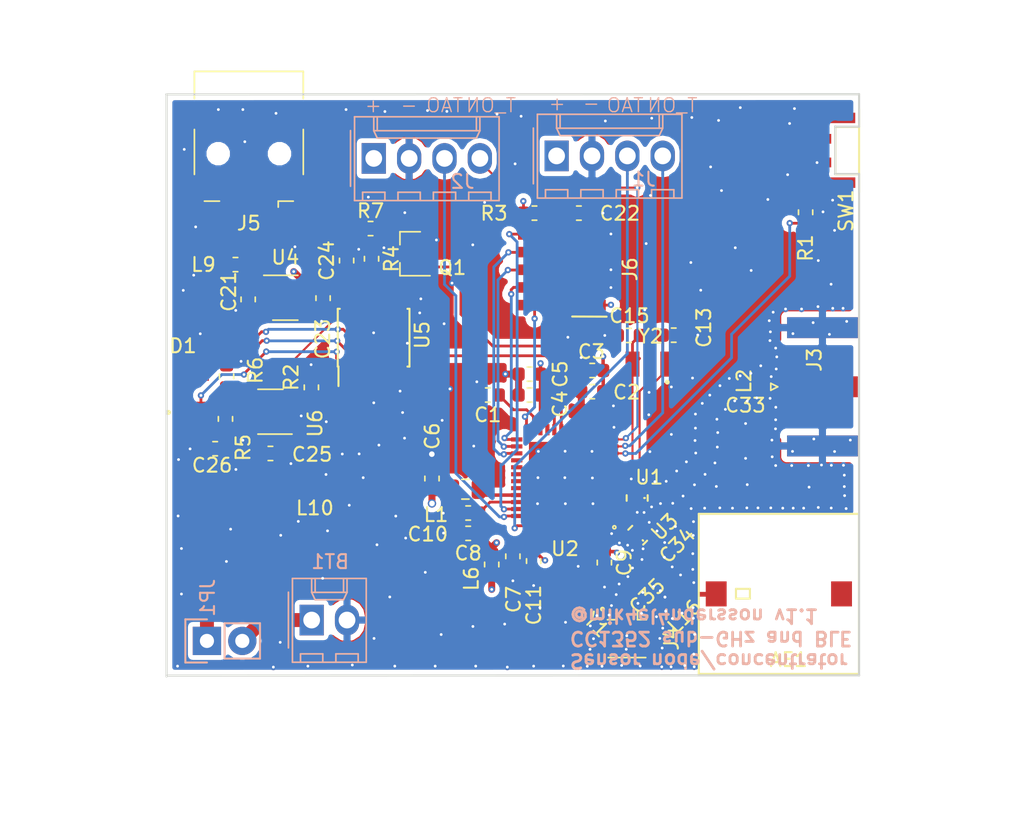
<source format=kicad_pcb>
(kicad_pcb (version 20171130) (host pcbnew "(5.0.0-3-g5ebb6b6)")
  (layers (0 F.Cu signal) (1 In1.Cu signal) (2 In2.Cu signal) (31 B.Cu signal) (34 B.Paste user) (35 F.Paste user) (36 B.SilkS user) (37 F.SilkS user) (38 B.Mask user) (39 F.Mask user hide) (44 Edge.Cuts user))
  (net 0 "")
  (net 1 "Net-(AE1-Pad1)")
  (net 2 "Net-(BT1-Pad1)")
  (net 3 GND)
  (net 4 /VDDS)
  (net 5 /VDDR)
  (net 6 "Net-(C13-Pad1)")
  (net 7 "Net-(C15-Pad1)")
  (net 8 "Net-(C21-Pad2)")
  (net 9 /RESET_N)
  (net 10 VCC)
  (net 11 +5V)
  (net 12 "Net-(D1-Pad3)")
  (net 13 "Net-(D1-Pad4)")
  (net 14 "Net-(D1-Pad2)")
  (net 15 /DCDC_SW)
  (net 16 "Net-(L10-Pad1)")
  (net 17 /T_ON_1)
  (net 18 /T_ON_2)
  (net 19 /JTAG_TDI)
  (net 20 /JTAG_TDO)
  (net 21 /JTAG_TCKC)
  (net 22 /JTAG_TMSC)
  (net 23 /LED_EASYSET)
  (net 24 "Net-(Q1-Pad3)")
  (net 25 /SWITCH)
  (net 26 "Net-(R1-Pad2)")
  (net 27 /PSU_ENABLE)
  (net 28 "Net-(R4-Pad2)")
  (net 29 "Net-(R5-Pad2)")
  (net 30 "Net-(C33-Pad1)")
  (net 31 "Net-(J5-Pad1)")
  (net 32 "Net-(C34-Pad1)")
  (net 33 "Net-(C1-Pad1)")
  (net 34 "Net-(C33-Pad2)")
  (net 35 "Net-(C34-Pad2)")
  (net 36 /TAO_1)
  (net 37 /TAO_2)
  (net 38 /RF_P_SUB_1_GHZ)
  (net 39 /RX_TX)
  (net 40 /RF_N_SUB_1_GHZ)
  (net 41 "Net-(U2-Pad47)")
  (net 42 "Net-(U2-Pad46)")
  (net 43 /RF_N_2_4_GHZ)
  (net 44 /RF_P_2_4_GHZ)
  (module Connector_Molex:Molex_KK-254_AE-6410-04A_1x04_P2.54mm_Vertical (layer B.Cu) (at 110.88 91.34)
    (fp_text reference J1 (at 6.26 1.68) (layer B.SilkS) (effects (justify mirror)))
    (fp_text value LMT_70_1)
    (pad 4 thru_hole oval (at 7.62 0) (size 1.74 2.2) (drill 1.2) (layers *.Cu *.Mask) (net 17 /T_ON_1))
    (pad 3 thru_hole oval (at 5.08 0) (size 1.74 2.2) (drill 1.2) (layers *.Cu *.Mask) (net 36 /TAO_1))
    (pad 2 thru_hole oval (at 2.54 0) (size 1.74 2.2) (drill 1.2) (layers *.Cu *.Mask) (net 3 GND))
    (pad 1 thru_hole rect (at 0 0) (size 1.74 2.2) (drill 1.2) (layers *.Cu *.Mask) (net 10 VCC))
  )
  (module cc1350:SKSLLAE010 (layer F.Cu) (at 132.6 90.96 90)
    (fp_text reference SW1 (at -4.32 -0.94 270) (layer F.SilkS))
    (fp_text value SW_Push)
    (pad 1 smd rect (at -0.85 -2.3 90) (size 0.7 0.6) (layers F.Cu F.Paste F.Mask) (net 3 GND))
    (pad "" smd rect (at 2.35 -1.2 90) (size 0.75 1.85) (layers F.Cu F.Paste F.Mask))
    (pad "" smd rect (at -2.3 -1.2 90) (size 0.75 1.86) (layers F.Cu F.Paste F.Mask))
    (pad 2 smd rect (at 0.85 -2.3 90) (size 0.7 0.6) (layers F.Cu F.Paste F.Mask) (net 26 "Net-(R1-Pad2)"))
  )
  (module Connector_Molex:Molex_KK-254_AE-6410-02A_1x02_P2.54mm_Vertical (layer B.Cu) (at 93.29 124.69)
    (fp_text reference BT1 (at 1.33 -4.19) (layer B.SilkS) (effects (justify mirror)))
    (fp_text value Battery)
    (pad 1 thru_hole rect (at 0 0) (size 1.74 2.2) (drill 1.2) (layers *.Cu *.Mask) (net 2 "Net-(BT1-Pad1)"))
    (pad 2 thru_hole oval (at 2.54 0) (size 1.74 2.2) (drill 1.2) (layers *.Cu *.Mask) (net 3 GND))
  )
  (module Inductor_SMD:L_0603_1608Metric (layer F.Cu) (at 106.22 120.6975 270)
    (fp_text reference L6 (at 1.0225 1.46 270) (layer F.SilkS))
    (fp_text value BLM18HE152SN1)
    (pad 2 smd roundrect (at 0.7875 0 270) (size 0.875 0.95) (layers F.Cu F.Paste F.Mask) (net 10 VCC))
    (pad 1 smd roundrect (at -0.7875 0 270) (size 0.875 0.95) (layers F.Cu F.Paste F.Mask) (net 4 /VDDS))
  )
  (module Pin_Headers:Pin_Header_Straight_1x02 (layer B.Cu) (at 85.77 126.19 270)
    (fp_text reference JP1 (at -3.1 -0.05 270) (layer B.SilkS) (effects (justify mirror)))
    (fp_text value Jumper_NC)
    (pad 1 thru_hole rect (at 0 0 270) (size 2.032 2.032) (drill 1.016) (layers *.Cu *.Mask) (net 10 VCC))
    (pad 2 thru_hole oval (at 0 -2.54 270) (size 2.032 2.032) (drill 1.016) (layers *.Cu *.Mask) (net 2 "Net-(BT1-Pad1)"))
  )
  (module cc1350:VLS3015E (layer F.Cu) (at 90.33 115.72 180)
    (fp_text reference L10 (at -3.19 -0.92 180) (layer F.SilkS))
    (fp_text value 4.7uH)
    (pad 2 smd rect (at 1 0 180) (size 1 3) (layers F.Cu F.Paste F.Mask) (net 10 VCC))
    (pad 1 smd rect (at -1 0 180) (size 1 3) (layers F.Cu F.Paste F.Mask) (net 16 "Net-(L10-Pad1)"))
  )
  (module TO_SOT_Packages_SMD:SOT-23 (layer F.Cu) (at 100.39 98.37 180)
    (fp_text reference Q1 (at -3 -1 180) (layer F.SilkS))
    (fp_text value 2N7002)
    (pad 1 smd rect (at -1 -0.95 180) (size 0.9 0.8) (layers F.Cu F.Paste F.Mask) (net 23 /LED_EASYSET))
    (pad 2 smd rect (at -1 0.95 180) (size 0.9 0.8) (layers F.Cu F.Paste F.Mask) (net 3 GND))
    (pad 3 smd rect (at 1 0 180) (size 0.9 0.8) (layers F.Cu F.Paste F.Mask) (net 24 "Net-(Q1-Pad3)"))
  )
  (module TO_SOT_Packages_SMD:SOT-23-5 (layer F.Cu) (at 91.4 101.53)
    (fp_text reference U4 (at 0 -2.9) (layer F.SilkS))
    (fp_text value TLV713)
    (pad 1 smd rect (at -1.1 -0.95) (size 1.06 0.65) (layers F.Cu F.Paste F.Mask) (net 8 "Net-(C21-Pad2)"))
    (pad 2 smd rect (at -1.1 0) (size 1.06 0.65) (layers F.Cu F.Paste F.Mask) (net 3 GND))
    (pad 3 smd rect (at -1.1 0.95) (size 1.06 0.65) (layers F.Cu F.Paste F.Mask) (net 8 "Net-(C21-Pad2)"))
    (pad 4 smd rect (at 1.1 0.95) (size 1.06 0.65) (layers F.Cu F.Paste F.Mask))
    (pad 5 smd rect (at 1.1 -0.95) (size 1.06 0.65) (layers F.Cu F.Paste F.Mask) (net 10 VCC))
  )
  (module Housings_SOIC:SOIC-8_3.9x4.9mm_Pitch1.27mm (layer F.Cu) (at 97.74 104.4 90)
    (fp_text reference U5 (at 0.19 3.49 90) (layer F.SilkS))
    (fp_text value TLC5973)
    (pad 1 smd rect (at -2.7 -1.905 90) (size 1.55 0.6) (layers F.Cu F.Paste F.Mask) (net 13 "Net-(D1-Pad4)"))
    (pad 2 smd rect (at -2.7 -0.635 90) (size 1.55 0.6) (layers F.Cu F.Paste F.Mask) (net 12 "Net-(D1-Pad3)"))
    (pad 3 smd rect (at -2.7 0.635 90) (size 1.55 0.6) (layers F.Cu F.Paste F.Mask) (net 14 "Net-(D1-Pad2)"))
    (pad 4 smd rect (at -2.7 1.905 90) (size 1.55 0.6) (layers F.Cu F.Paste F.Mask) (net 3 GND))
    (pad 5 smd rect (at 2.7 1.905 90) (size 1.55 0.6) (layers F.Cu F.Paste F.Mask))
    (pad 6 smd rect (at 2.7 0.635 90) (size 1.55 0.6) (layers F.Cu F.Paste F.Mask) (net 24 "Net-(Q1-Pad3)"))
    (pad 7 smd rect (at 2.7 -0.635 90) (size 1.55 0.6) (layers F.Cu F.Paste F.Mask) (net 28 "Net-(R4-Pad2)"))
    (pad 8 smd rect (at 2.7 -1.905 90) (size 1.55 0.6) (layers F.Cu F.Paste F.Mask) (net 11 +5V))
  )
  (module TO_SOT_Packages_SMD:SOT-23-6 (layer F.Cu) (at 90.33 109.72 180)
    (fp_text reference U6 (at -3.21 -0.84 270) (layer F.SilkS))
    (fp_text value MCP16251)
    (pad 1 smd rect (at -1.1 -0.95 180) (size 1.06 0.65) (layers F.Cu F.Paste F.Mask) (net 16 "Net-(L10-Pad1)"))
    (pad 2 smd rect (at -1.1 0 180) (size 1.06 0.65) (layers F.Cu F.Paste F.Mask) (net 3 GND))
    (pad 3 smd rect (at -1.1 0.95 180) (size 1.06 0.65) (layers F.Cu F.Paste F.Mask) (net 27 /PSU_ENABLE))
    (pad 4 smd rect (at 1.1 0.95 180) (size 1.06 0.65) (layers F.Cu F.Paste F.Mask) (net 29 "Net-(R5-Pad2)"))
    (pad 6 smd rect (at 1.1 -0.95 180) (size 1.06 0.65) (layers F.Cu F.Paste F.Mask) (net 10 VCC))
    (pad 5 smd rect (at 1.1 0 180) (size 1.06 0.65) (layers F.Cu F.Paste F.Mask) (net 11 +5V))
  )
  (module cc1350:TSX-3225 (layer F.Cu) (at 111.98 122.84 135)
    (fp_text reference Y1 (at -2.8 -0.31 135) (layer F.SilkS))
    (fp_text value Crystal_GND24)
    (pad 4 smd rect (at -1.1 -0.8 135) (size 1.4 1.15) (layers F.Cu F.Paste F.Mask) (net 3 GND))
    (pad 3 smd rect (at 1.1 -0.8 135) (size 1.4 1.15) (layers F.Cu F.Paste F.Mask) (net 42 "Net-(U2-Pad46)"))
    (pad 1 smd rect (at -1.1 0.8 135) (size 1.4 1.15) (layers F.Cu F.Paste F.Mask) (net 41 "Net-(U2-Pad47)"))
    (pad 2 smd rect (at 1.1 0.8 135) (size 1.4 1.15) (layers F.Cu F.Paste F.Mask) (net 3 GND))
  )
  (module cc1350:FC-135 (layer F.Cu) (at 117.628709 106.29948 180)
    (fp_text reference Y2 (at 0 2 180) (layer F.SilkS))
    (fp_text value 32.768kHz)
    (pad 2 smd rect (at 1.3 0 180) (size 1 1.8) (layers F.Cu F.Paste F.Mask) (net 7 "Net-(C15-Pad1)"))
    (pad 1 smd rect (at -1.2 0 180) (size 1 1.8) (layers F.Cu F.Paste F.Mask) (net 6 "Net-(C13-Pad1)"))
  )
  (module cc1350:2450AT45A100 (layer F.Cu) (at 121.09 117.06)
    (fp_text reference AE1 (at 6.45 10.48) (layer F.SilkS))
    (fp_text value Antenna)
    (pad 1 smd rect (at 1.25 5.75) (size 1.5 1.8) (layers F.Cu F.Paste F.Mask) (net 1 "Net-(AE1-Pad1)"))
    (pad "" smd rect (at 10.25 5.75) (size 1.5 1.8) (layers F.Cu F.Paste F.Mask))
  )
  (module cc1350:ASMB-MTB0-0A3A2 (layer F.Cu) (at 83.86 106.75)
    (fp_text reference D1 (at 0.19 -1.76) (layer F.SilkS))
    (fp_text value ASMB-MTB0-0A3A2)
    (pad 2 smd rect (at 0 0) (size 1.1 1.5) (layers F.Cu F.Paste F.Mask) (net 14 "Net-(D1-Pad2)"))
    (pad 3 smd rect (at 1.5 0) (size 1.1 1.5) (layers F.Cu F.Paste F.Mask) (net 12 "Net-(D1-Pad3)"))
    (pad 1 smd rect (at 0 3) (size 1.1 1.5) (layers F.Cu F.Paste F.Mask) (net 11 +5V))
    (pad 4 smd rect (at 1.5 3) (size 1.1 1.5) (layers F.Cu F.Paste F.Mask) (net 13 "Net-(D1-Pad4)"))
  )
  (module Capacitor_SMD:C_0603_1608Metric (layer F.Cu) (at 105.94 108.52 180)
    (fp_text reference C1 (at 0 -1.43 180) (layer F.SilkS))
    (fp_text value 1uF)
    (pad 2 smd roundrect (at 0.7875 0 180) (size 0.875 0.95) (layers F.Cu F.Paste F.Mask) (net 3 GND))
    (pad 1 smd roundrect (at -0.7875 0 180) (size 0.875 0.95) (layers F.Cu F.Paste F.Mask) (net 33 "Net-(C1-Pad1)"))
  )
  (module Capacitor_SMD:C_0603_1608Metric (layer F.Cu) (at 113.44 108.28 180)
    (fp_text reference C2 (at -2.47 -0.04) (layer F.SilkS))
    (fp_text value 12pF)
    (pad 1 smd roundrect (at -0.7875 0 180) (size 0.875 0.95) (layers F.Cu F.Paste F.Mask) (net 4 /VDDS))
    (pad 2 smd roundrect (at 0.7875 0 180) (size 0.875 0.95) (layers F.Cu F.Paste F.Mask) (net 3 GND))
  )
  (module Capacitor_SMD:C_0603_1608Metric (layer F.Cu) (at 113.4375 106.76 180)
    (fp_text reference C3 (at 0.0575 1.35 180) (layer F.SilkS))
    (fp_text value 100nF)
    (pad 2 smd roundrect (at 0.7875 0 180) (size 0.875 0.95) (layers F.Cu F.Paste F.Mask) (net 3 GND))
    (pad 1 smd roundrect (at -0.7875 0 180) (size 0.875 0.95) (layers F.Cu F.Paste F.Mask) (net 4 /VDDS))
  )
  (module Capacitor_SMD:C_0603_1608Metric (layer F.Cu) (at 101.93 114.52 90)
    (fp_text reference C6 (at 3.04 0.02 90) (layer F.SilkS))
    (fp_text value 22uF)
    (pad 1 smd roundrect (at -0.7875 0 90) (size 0.875 0.95) (layers F.Cu F.Paste F.Mask) (net 5 /VDDR))
    (pad 2 smd roundrect (at 0.7875 0 90) (size 0.875 0.95) (layers F.Cu F.Paste F.Mask) (net 3 GND))
  )
  (module Capacitor_SMD:C_0603_1608Metric (layer F.Cu) (at 119.29 104.22)
    (fp_text reference C13 (at 2.164992 -0.538628 90) (layer F.SilkS))
    (fp_text value 12pF)
    (pad 1 smd roundrect (at -0.7875 0) (size 0.875 0.95) (layers F.Cu F.Paste F.Mask) (net 6 "Net-(C13-Pad1)"))
    (pad 2 smd roundrect (at 0.7875 0) (size 0.875 0.95) (layers F.Cu F.Paste F.Mask) (net 3 GND))
  )
  (module Capacitor_SMD:C_0603_1608Metric (layer F.Cu) (at 116.07 104.24 180)
    (fp_text reference C15 (at -0.04 1.41 180) (layer F.SilkS))
    (fp_text value 12pF)
    (pad 1 smd roundrect (at -0.7875 0 180) (size 0.875 0.95) (layers F.Cu F.Paste F.Mask) (net 7 "Net-(C15-Pad1)"))
    (pad 2 smd roundrect (at 0.7875 0 180) (size 0.875 0.95) (layers F.Cu F.Paste F.Mask) (net 3 GND))
  )
  (module Capacitor_SMD:C_0603_1608Metric (layer F.Cu) (at 88.73 101.65 90)
    (fp_text reference C21 (at 0.56 -1.39 90) (layer F.SilkS))
    (fp_text value 1uF)
    (pad 1 smd roundrect (at -0.7875 0 90) (size 0.875 0.95) (layers F.Cu F.Paste F.Mask) (net 3 GND))
    (pad 2 smd roundrect (at 0.7875 0 90) (size 0.875 0.95) (layers F.Cu F.Paste F.Mask) (net 8 "Net-(C21-Pad2)"))
  )
  (module Capacitor_SMD:C_0603_1608Metric (layer F.Cu) (at 112.48 95.45)
    (fp_text reference C22 (at 2.9425 0.02) (layer F.SilkS))
    (fp_text value 100nF)
    (pad 2 smd roundrect (at 0.7875 0) (size 0.875 0.95) (layers F.Cu F.Paste F.Mask) (net 3 GND))
    (pad 1 smd roundrect (at -0.7875 0) (size 0.875 0.95) (layers F.Cu F.Paste F.Mask) (net 9 /RESET_N))
  )
  (module Capacitor_SMD:C_0603_1608Metric (layer F.Cu) (at 94.11 101.56 90)
    (fp_text reference C23 (at -2.93 -0.02 90) (layer F.SilkS))
    (fp_text value 100nF)
    (pad 2 smd roundrect (at 0.7875 0 90) (size 0.875 0.95) (layers F.Cu F.Paste F.Mask) (net 10 VCC))
    (pad 1 smd roundrect (at -0.7875 0 90) (size 0.875 0.95) (layers F.Cu F.Paste F.Mask) (net 3 GND))
  )
  (module Capacitor_SMD:C_0603_1608Metric (layer F.Cu) (at 95.8 98.86 90)
    (fp_text reference C24 (at 0 -1.43 90) (layer F.SilkS))
    (fp_text value 100nF)
    (pad 1 smd roundrect (at -0.7875 0 90) (size 0.875 0.95) (layers F.Cu F.Paste F.Mask) (net 11 +5V))
    (pad 2 smd roundrect (at 0.7875 0 90) (size 0.875 0.95) (layers F.Cu F.Paste F.Mask) (net 3 GND))
  )
  (module Capacitor_SMD:C_0603_1608Metric (layer F.Cu) (at 90.33 112.72)
    (fp_text reference C25 (at 2.99 0.07) (layer F.SilkS))
    (fp_text value 4.7uF)
    (pad 1 smd roundrect (at -0.7875 0) (size 0.875 0.95) (layers F.Cu F.Paste F.Mask) (net 10 VCC))
    (pad 2 smd roundrect (at 0.7875 0) (size 0.875 0.95) (layers F.Cu F.Paste F.Mask) (net 3 GND))
  )
  (module Capacitor_SMD:C_0603_1608Metric (layer F.Cu) (at 86.36 112.38 180)
    (fp_text reference C26 (at 0.22 -1.19 180) (layer F.SilkS))
    (fp_text value 10uF)
    (pad 2 smd roundrect (at 0.7875 0 180) (size 0.875 0.95) (layers F.Cu F.Paste F.Mask) (net 3 GND))
    (pad 1 smd roundrect (at -0.7875 0 180) (size 0.875 0.95) (layers F.Cu F.Paste F.Mask) (net 11 +5V))
  )
  (module Connector_Molex:Molex_KK-254_AE-6410-04A_1x04_P2.54mm_Vertical (layer B.Cu) (at 97.75 91.52)
    (fp_text reference J2 (at 6.37 1.66) (layer B.SilkS) (effects (justify mirror)))
    (fp_text value LMT_70_2)
    (pad 1 thru_hole rect (at 0 0) (size 1.74 2.2) (drill 1.2) (layers *.Cu *.Mask) (net 10 VCC))
    (pad 2 thru_hole oval (at 2.54 0) (size 1.74 2.2) (drill 1.2) (layers *.Cu *.Mask) (net 3 GND))
    (pad 3 thru_hole oval (at 5.08 0) (size 1.74 2.2) (drill 1.2) (layers *.Cu *.Mask) (net 37 /TAO_2))
    (pad 4 thru_hole oval (at 7.62 0) (size 1.74 2.2) (drill 1.2) (layers *.Cu *.Mask) (net 18 /T_ON_2))
  )
  (module Connector_Coaxial:SMA_Amphenol_132289_EdgeMount (layer F.Cu) (at 129.97 107.93)
    (fp_text reference J3 (at -0.58 -1.94 -270) (layer F.SilkS))
    (fp_text value SMA)
    (pad 2 smd rect (at 0 4.25 90) (size 1.5 5.08) (layers B.Cu B.Paste B.Mask) (net 3 GND))
    (pad 2 smd rect (at 0 -4.25 90) (size 1.5 5.08) (layers B.Cu B.Paste B.Mask) (net 3 GND))
    (pad 2 smd rect (at 0 4.25 90) (size 1.5 5.08) (layers F.Cu F.Paste F.Mask) (net 3 GND))
    (pad 2 smd rect (at 0 -4.25 90) (size 1.5 5.08) (layers F.Cu F.Paste F.Mask) (net 3 GND))
    (pad 1 smd rect (at 0 0 90) (size 1.5 5.08) (layers F.Cu F.Paste F.Mask) (net 30 "Net-(C33-Pad1)"))
  )
  (module Connector_USB:USB_Mini-B_Lumberg_2486_01_Horizontal (layer F.Cu) (at 88.78 91.18 180)
    (fp_text reference J5 (at 0 -5 180) (layer F.SilkS))
    (fp_text value USB_B_Micro)
    (pad 1 smd rect (at -1.6 -2.7 180) (size 0.5 2) (layers F.Cu F.Paste F.Mask) (net 31 "Net-(J5-Pad1)"))
    (pad 2 smd rect (at -0.8 -2.7 180) (size 0.5 2) (layers F.Cu F.Paste F.Mask))
    (pad 3 smd rect (at 0 -2.7 180) (size 0.5 2) (layers F.Cu F.Paste F.Mask))
    (pad 4 smd rect (at 0.8 -2.7 180) (size 0.5 2) (layers F.Cu F.Paste F.Mask))
    (pad 5 smd rect (at 1.6 -2.7 180) (size 0.5 2) (layers F.Cu F.Paste F.Mask) (net 3 GND))
    (pad 6 smd rect (at -4.45 -2.6 180) (size 2 1.7) (layers F.Cu F.Paste F.Mask) (net 3 GND))
    (pad 6 smd rect (at -4.45 2.85 180) (size 2 1.7) (layers F.Cu F.Paste F.Mask) (net 3 GND))
    (pad 6 smd rect (at 4.45 -2.6 180) (size 2 1.7) (layers F.Cu F.Paste F.Mask) (net 3 GND))
    (pad 6 smd rect (at 4.45 2.85 180) (size 2 1.7) (layers F.Cu F.Paste F.Mask) (net 3 GND))
    (pad "" np_thru_hole circle (at -2.2 0 180) (size 1 1) (drill 1) (layers *.Cu *.Mask))
    (pad "" np_thru_hole circle (at 2.2 0 180) (size 1 1) (drill 1) (layers *.Cu *.Mask))
  )
  (module cc1350:Pin_Header_Straight_SMT_02x05_1_27mm (layer F.Cu) (at 111.16 99.48 90)
    (fp_text reference J6 (at 0 5 90) (layer F.SilkS))
    (fp_text value Conn_02x05_Odd_Even)
    (pad 1 smd rect (at -2.58 2.05 90) (size 0.76 2.4) (layers F.Cu F.Paste F.Mask) (net 10 VCC))
    (pad 3 smd rect (at -1.31 2.05 90) (size 0.76 2.4) (layers F.Cu F.Paste F.Mask) (net 3 GND))
    (pad 5 smd rect (at -0.04 2.05 90) (size 0.76 2.4) (layers F.Cu F.Paste F.Mask) (net 3 GND))
    (pad 7 smd rect (at 1.23 2.05 90) (size 0.76 2.4) (layers F.Cu F.Paste F.Mask))
    (pad 8 smd rect (at 1.23 -1.85 90) (size 0.76 2.4) (layers F.Cu F.Paste F.Mask) (net 19 /JTAG_TDI))
    (pad 6 smd rect (at -0.04 -1.85 90) (size 0.76 2.4) (layers F.Cu F.Paste F.Mask) (net 20 /JTAG_TDO))
    (pad 4 smd rect (at -1.31 -1.85 90) (size 0.76 2.4) (layers F.Cu F.Paste F.Mask) (net 21 /JTAG_TCKC))
    (pad 2 smd rect (at -2.58 -1.85 90) (size 0.76 2.4) (layers F.Cu F.Paste F.Mask) (net 22 /JTAG_TMSC))
    (pad 9 smd rect (at 2.5 2.05 90) (size 0.76 2.4) (layers F.Cu F.Paste F.Mask) (net 3 GND))
    (pad 10 smd rect (at 2.5 -1.85 90) (size 0.76 2.4) (layers F.Cu F.Paste F.Mask) (net 9 /RESET_N))
  )
  (module Inductor_SMD:L_0603_1608Metric (layer F.Cu) (at 87.82 99.15 180)
    (fp_text reference L9 (at 2.3 0 180) (layer F.SilkS))
    (fp_text value BLM18HE152SN1)
    (pad 1 smd roundrect (at -0.7875 0 180) (size 0.875 0.95) (layers F.Cu F.Paste F.Mask) (net 8 "Net-(C21-Pad2)"))
    (pad 2 smd roundrect (at 0.7875 0 180) (size 0.875 0.95) (layers F.Cu F.Paste F.Mask) (net 31 "Net-(J5-Pad1)"))
  )
  (module Resistor_SMD:R_0603_1608Metric (layer F.Cu) (at 128.76 95.39 90)
    (fp_text reference R1 (at -2.57 0 90) (layer F.SilkS))
    (fp_text value 100)
    (pad 2 smd roundrect (at 0.7875 0 90) (size 0.875 0.95) (layers F.Cu F.Paste F.Mask) (net 26 "Net-(R1-Pad2)"))
    (pad 1 smd roundrect (at -0.7875 0 90) (size 0.875 0.95) (layers F.Cu F.Paste F.Mask) (net 25 /SWITCH))
  )
  (module Resistor_SMD:R_0603_1608Metric (layer F.Cu) (at 93.27 107.97 90)
    (fp_text reference R2 (at 0.72 -1.45 90) (layer F.SilkS))
    (fp_text value 10K)
    (pad 1 smd roundrect (at -0.7875 0 90) (size 0.875 0.95) (layers F.Cu F.Paste F.Mask) (net 27 /PSU_ENABLE))
    (pad 2 smd roundrect (at 0.7875 0 90) (size 0.875 0.95) (layers F.Cu F.Paste F.Mask) (net 3 GND))
  )
  (module Resistor_SMD:R_0603_1608Metric (layer F.Cu) (at 109.29 95.45)
    (fp_text reference R3 (at -2.9025 0.02) (layer F.SilkS))
    (fp_text value 100K)
    (pad 1 smd roundrect (at -0.7875 0) (size 0.875 0.95) (layers F.Cu F.Paste F.Mask) (net 10 VCC))
    (pad 2 smd roundrect (at 0.7875 0) (size 0.875 0.95) (layers F.Cu F.Paste F.Mask) (net 9 /RESET_N))
  )
  (module Resistor_SMD:R_0603_1608Metric (layer F.Cu) (at 97.59 98.73 270)
    (fp_text reference R4 (at 0 -1.43 270) (layer F.SilkS))
    (fp_text value 1.5K)
    (pad 2 smd roundrect (at 0.7875 0 270) (size 0.875 0.95) (layers F.Cu F.Paste F.Mask) (net 28 "Net-(R4-Pad2)"))
    (pad 1 smd roundrect (at -0.7875 0 270) (size 0.875 0.95) (layers F.Cu F.Paste F.Mask) (net 3 GND))
  )
  (module Resistor_SMD:R_0603_1608Metric (layer F.Cu) (at 87.1 110.2375 90)
    (fp_text reference R5 (at -2.0625 1.27 90) (layer F.SilkS))
    (fp_text value 3.09M)
    (pad 2 smd roundrect (at 0.7875 0 90) (size 0.875 0.95) (layers F.Cu F.Paste F.Mask) (net 29 "Net-(R5-Pad2)"))
    (pad 1 smd roundrect (at -0.7875 0 90) (size 0.875 0.95) (layers F.Cu F.Paste F.Mask) (net 11 +5V))
  )
  (module Resistor_SMD:R_0603_1608Metric (layer F.Cu) (at 87.18 107.18 90)
    (fp_text reference R6 (at 0.43 2.07 90) (layer F.SilkS))
    (fp_text value 1M)
    (pad 1 smd roundrect (at -0.7875 0 90) (size 0.875 0.95) (layers F.Cu F.Paste F.Mask) (net 29 "Net-(R5-Pad2)"))
    (pad 2 smd roundrect (at 0.7875 0 90) (size 0.875 0.95) (layers F.Cu F.Paste F.Mask) (net 3 GND))
  )
  (module Resistor_SMD:R_0603_1608Metric (layer F.Cu) (at 97.52 96.56)
    (fp_text reference R7 (at 0 -1.27) (layer F.SilkS))
    (fp_text value 10K)
    (pad 1 smd roundrect (at -0.7875 0) (size 0.875 0.95) (layers F.Cu F.Paste F.Mask) (net 11 +5V))
    (pad 2 smd roundrect (at 0.7875 0) (size 0.875 0.95) (layers F.Cu F.Paste F.Mask) (net 24 "Net-(Q1-Pad3)"))
  )
  (module Capacitor_SMD:C_0603_1608Metric (layer F.Cu) (at 108.9375 108.52 180)
    (fp_text reference C4 (at -2.1925 -0.65 270) (layer F.SilkS))
    (fp_text value 12pF)
    (pad 2 smd roundrect (at 0.7875 0 180) (size 0.875 0.95) (layers F.Cu F.Paste F.Mask) (net 3 GND))
    (pad 1 smd roundrect (at -0.7875 0 180) (size 0.875 0.95) (layers F.Cu F.Paste F.Mask) (net 4 /VDDS))
  )
  (module Capacitor_SMD:C_0603_1608Metric (layer F.Cu) (at 108.9375 107.02 180)
    (fp_text reference C5 (at -2.2025 0 270) (layer F.SilkS))
    (fp_text value 100nF)
    (pad 1 smd roundrect (at -0.7875 0 180) (size 0.875 0.95) (layers F.Cu F.Paste F.Mask) (net 4 /VDDS))
    (pad 2 smd roundrect (at 0.7875 0 180) (size 0.875 0.95) (layers F.Cu F.Paste F.Mask) (net 3 GND))
  )
  (module Capacitor_SMD:C_0603_1608Metric (layer F.Cu) (at 107.74 120.11 270)
    (fp_text reference C7 (at 3.1 -0.05 270) (layer F.SilkS))
    (fp_text value 100nF)
    (pad 2 smd roundrect (at 0.7875 0 270) (size 0.875 0.95) (layers F.Cu F.Paste F.Mask) (net 3 GND))
    (pad 1 smd roundrect (at -0.7875 0 270) (size 0.875 0.95) (layers F.Cu F.Paste F.Mask) (net 4 /VDDS))
  )
  (module Capacitor_SMD:C_0603_1608Metric (layer F.Cu) (at 104.53 118.46 180)
    (fp_text reference C8 (at 0 -1.43 180) (layer F.SilkS))
    (fp_text value 22uF)
    (pad 2 smd roundrect (at 0.7875 0 180) (size 0.875 0.95) (layers F.Cu F.Paste F.Mask) (net 3 GND))
    (pad 1 smd roundrect (at -0.7875 0 180) (size 0.875 0.95) (layers F.Cu F.Paste F.Mask) (net 4 /VDDS))
  )
  (module Capacitor_SMD:C_0603_1608Metric (layer F.Cu) (at 114.31 120.56 270)
    (fp_text reference C9 (at 0 -1.43 270) (layer F.SilkS))
    (fp_text value 100nF)
    (pad 2 smd roundrect (at 0.7875 0 270) (size 0.875 0.95) (layers F.Cu F.Paste F.Mask) (net 3 GND))
    (pad 1 smd roundrect (at -0.7875 0 270) (size 0.875 0.95) (layers F.Cu F.Paste F.Mask) (net 5 /VDDR))
  )
  (module Capacitor_SMD:C_0603_1608Metric (layer F.Cu) (at 104.53 117 180)
    (fp_text reference C10 (at 2.9 -1.52 180) (layer F.SilkS))
    (fp_text value 100nF)
    (pad 1 smd roundrect (at -0.7875 0 180) (size 0.875 0.95) (layers F.Cu F.Paste F.Mask) (net 4 /VDDS))
    (pad 2 smd roundrect (at 0.7875 0 180) (size 0.875 0.95) (layers F.Cu F.Paste F.Mask) (net 3 GND))
  )
  (module Capacitor_SMD:C_0603_1608Metric (layer F.Cu) (at 109.23 120.45 270)
    (fp_text reference C11 (at 3.17 -0.01 270) (layer F.SilkS))
    (fp_text value 100nF)
    (pad 1 smd roundrect (at -0.7875 0 270) (size 0.875 0.95) (layers F.Cu F.Paste F.Mask) (net 5 /VDDR))
    (pad 2 smd roundrect (at 0.7875 0 270) (size 0.875 0.95) (layers F.Cu F.Paste F.Mask) (net 3 GND))
  )
  (module Capacitor_SMD:C_0402_1005Metric (layer F.Cu) (at 124.07 107.99 180)
    (fp_text reference C33 (at -0.37 -1.27 180) (layer F.SilkS))
    (fp_text value 100pF)
    (pad 1 smd roundrect (at -0.485 0 180) (size 0.59 0.64) (layers F.Cu F.Paste F.Mask) (net 30 "Net-(C33-Pad1)"))
    (pad 2 smd roundrect (at 0.485 0 180) (size 0.59 0.64) (layers F.Cu F.Paste F.Mask) (net 34 "Net-(C33-Pad2)"))
  )
  (module Capacitor_SMD:C_0402_1005Metric (layer F.Cu) (at 117.537053 121.11 45)
    (fp_text reference C34 (at 2.674947 0.157647 45) (layer F.SilkS))
    (fp_text value DNM)
    (pad 1 smd roundrect (at -0.485 0 45) (size 0.59 0.64) (layers F.Cu F.Paste F.Mask) (net 32 "Net-(C34-Pad1)"))
    (pad 2 smd roundrect (at 0.485 0 45) (size 0.59 0.64) (layers F.Cu F.Paste F.Mask) (net 35 "Net-(C34-Pad2)"))
  )
  (module Capacitor_SMD:C_0402_1005Metric (layer F.Cu) (at 118.86 121.83 135)
    (fp_text reference C35 (at 0.233345 -1.859691 225) (layer F.SilkS))
    (fp_text value 100pF)
    (pad 2 smd roundrect (at 0.485 0 135) (size 0.59 0.64) (layers F.Cu F.Paste F.Mask) (net 35 "Net-(C34-Pad2)"))
    (pad 1 smd roundrect (at -0.485 0 135) (size 0.59 0.64) (layers F.Cu F.Paste F.Mask) (net 1 "Net-(AE1-Pad1)"))
  )
  (module cc1350:U.FL_Hirose_U.FL-R-SMT-1_Vertical (layer F.Cu) (at 115.93 125.55 270)
    (fp_text reference J4 (at 0.475 -3.2 270) (layer F.SilkS))
    (fp_text value U.FL)
    (pad 2 smd rect (at 0.475 1.475 270) (size 2.2 1.05) (layers F.Cu F.Paste F.Mask) (net 3 GND))
    (pad 1 smd rect (at -1.05 0 270) (size 1.05 1) (layers F.Cu F.Paste F.Mask) (net 32 "Net-(C34-Pad1)"))
    (pad 2 smd rect (at 0.475 -1.475 270) (size 2.2 1.05) (layers F.Cu F.Paste F.Mask) (net 3 GND))
  )
  (module Inductor_SMD:L_0805_2012Metric (layer F.Cu) (at 104.33 115.29 180)
    (fp_text reference L1 (at 2.11 -1.83 180) (layer F.SilkS))
    (fp_text value 6.8uH)
    (pad 1 smd roundrect (at -0.9375 0 180) (size 0.975 1.4) (layers F.Cu F.Paste F.Mask) (net 15 /DCDC_SW))
    (pad 2 smd roundrect (at 0.9375 0 180) (size 0.975 1.4) (layers F.Cu F.Paste F.Mask) (net 5 /VDDR))
  )
  (module Inductor_SMD:L_0402_1005Metric (layer F.Cu) (at 119.57 123.18 225)
    (fp_text reference L16 (at 0.53033 -1.237437 225) (layer F.SilkS))
    (fp_text value DNM)
    (pad 1 smd roundrect (at -0.485 0 225) (size 0.59 0.64) (layers F.Cu F.Paste F.Mask) (net 1 "Net-(AE1-Pad1)"))
    (pad 2 smd roundrect (at 0.485 0 225) (size 0.59 0.64) (layers F.Cu F.Paste F.Mask) (net 3 GND))
  )
  (module cc1352:0850BM14E0016 (layer F.Cu) (at 116.66 115.92)
    (fp_text reference U1 (at 0.87 -1.49) (layer F.SilkS))
    (fp_text value 0850BM14E0016T)
    (pad 6 smd rect (at 0.5 0.42) (size 0.25 0.45) (layers F.Cu F.Paste F.Mask) (net 3 GND))
    (pad 5 smd rect (at 0 0.42) (size 0.25 0.45) (layers F.Cu F.Paste F.Mask) (net 3 GND))
    (pad 4 smd rect (at -0.5 0.42) (size 0.25 0.45) (layers F.Cu F.Paste F.Mask) (net 38 /RF_P_SUB_1_GHZ))
    (pad 1 smd rect (at 0.5 -0.42) (size 0.25 0.45) (layers F.Cu F.Paste F.Mask) (net 34 "Net-(C33-Pad2)"))
    (pad 2 smd rect (at 0 -0.42) (size 0.25 0.45) (layers F.Cu F.Paste F.Mask) (net 39 /RX_TX))
    (pad 3 smd rect (at -0.5 -0.42) (size 0.25 0.45) (layers F.Cu F.Paste F.Mask) (net 40 /RF_N_SUB_1_GHZ))
  )
  (module cc1352:0850BM14E0016 (layer F.Cu) (at 116.7 118.59 315)
    (fp_text reference U3 (at 0.961665 -1.781909 45) (layer F.SilkS))
    (fp_text value 2450BM14G0011T)
    (pad 3 smd rect (at -0.5 -0.42 315) (size 0.25 0.45) (layers F.Cu F.Paste F.Mask) (net 43 /RF_N_2_4_GHZ))
    (pad 2 smd rect (at 0 -0.42 315) (size 0.25 0.45) (layers F.Cu F.Paste F.Mask))
    (pad 1 smd rect (at 0.5 -0.42 315) (size 0.25 0.45) (layers F.Cu F.Paste F.Mask) (net 35 "Net-(C34-Pad2)"))
    (pad 4 smd rect (at -0.5 0.42 315) (size 0.25 0.45) (layers F.Cu F.Paste F.Mask) (net 44 /RF_P_2_4_GHZ))
    (pad 5 smd rect (at 0 0.42 315) (size 0.25 0.45) (layers F.Cu F.Paste F.Mask) (net 3 GND))
    (pad 6 smd rect (at 0.5 0.42 315) (size 0.25 0.45) (layers F.Cu F.Paste F.Mask) (net 3 GND))
  )
  (module cc1352:CC1352R1F3RGZR (layer F.Cu) (at 111.17 114.51 180)
    (fp_text reference U2 (at -0.31 -5.06 180) (layer F.SilkS))
    (fp_text value CC1352R1F3RGZR)
    (pad 48 smd rect (at -3.047253 -3.40336 180) (size 0.3 0.81) (layers F.Cu F.Paste F.Mask) (net 5 /VDDR))
    (pad 47 smd rect (at -2.547253 -3.40336 180) (size 0.3 0.81) (layers F.Cu F.Paste F.Mask) (net 41 "Net-(U2-Pad47)"))
    (pad 46 smd rect (at -2.047253 -3.40336 180) (size 0.3 0.81) (layers F.Cu F.Paste F.Mask) (net 42 "Net-(U2-Pad46)"))
    (pad 45 smd rect (at -1.547253 -3.40336 180) (size 0.3 0.81) (layers F.Cu F.Paste F.Mask) (net 5 /VDDR))
    (pad 44 smd rect (at -1.047253 -3.40336 180) (size 0.3 0.81) (layers F.Cu F.Paste F.Mask) (net 4 /VDDS))
    (pad 43 smd rect (at -0.547253 -3.40336 180) (size 0.3 0.81) (layers F.Cu F.Paste F.Mask))
    (pad 42 smd rect (at -0.047253 -3.40336 180) (size 0.3 0.81) (layers F.Cu F.Paste F.Mask))
    (pad 41 smd rect (at 0.452747 -3.40336 180) (size 0.3 0.81) (layers F.Cu F.Paste F.Mask))
    (pad 40 smd rect (at 0.952747 -3.40336 180) (size 0.3 0.81) (layers F.Cu F.Paste F.Mask))
    (pad 39 smd rect (at 1.452747 -3.40336 180) (size 0.3 0.81) (layers F.Cu F.Paste F.Mask))
    (pad 38 smd rect (at 1.952747 -3.40336 180) (size 0.3 0.81) (layers F.Cu F.Paste F.Mask))
    (pad 24 smd rect (at 2.452747 3.49664 180) (size 0.3 0.81) (layers F.Cu F.Paste F.Mask) (net 22 /JTAG_TMSC))
    (pad 23 smd rect (at 1.952747 3.49664 180) (size 0.3 0.81) (layers F.Cu F.Paste F.Mask) (net 33 "Net-(C1-Pad1)"))
    (pad 22 smd rect (at 1.452747 3.49664 180) (size 0.3 0.81) (layers F.Cu F.Paste F.Mask) (net 4 /VDDS))
    (pad 21 smd rect (at 0.952747 3.49664 180) (size 0.3 0.81) (layers F.Cu F.Paste F.Mask))
    (pad 20 smd rect (at 0.452747 3.49664 180) (size 0.3 0.81) (layers F.Cu F.Paste F.Mask) (net 27 /PSU_ENABLE))
    (pad 19 smd rect (at -0.047253 3.49664 180) (size 0.3 0.81) (layers F.Cu F.Paste F.Mask) (net 23 /LED_EASYSET))
    (pad 18 smd rect (at -0.547253 3.49664 180) (size 0.3 0.81) (layers F.Cu F.Paste F.Mask))
    (pad 17 smd rect (at -1.047253 3.49664 180) (size 0.3 0.81) (layers F.Cu F.Paste F.Mask))
    (pad 16 smd rect (at -1.547253 3.49664 180) (size 0.3 0.81) (layers F.Cu F.Paste F.Mask))
    (pad 15 smd rect (at -2.047253 3.49664 180) (size 0.3 0.81) (layers F.Cu F.Paste F.Mask))
    (pad 14 smd rect (at -2.547253 3.49664 180) (size 0.3 0.81) (layers F.Cu F.Paste F.Mask))
    (pad 36 smd rect (at 3.152747 -2.70336 180) (size 0.81 0.3) (layers F.Cu F.Paste F.Mask) (net 37 /TAO_2))
    (pad 35 smd rect (at 3.152747 -2.20336 180) (size 0.81 0.3) (layers F.Cu F.Paste F.Mask) (net 9 /RESET_N))
    (pad 34 smd rect (at 3.152747 -1.70336 180) (size 0.81 0.3) (layers F.Cu F.Paste F.Mask) (net 4 /VDDS))
    (pad 33 smd rect (at 3.152747 -1.20336 180) (size 0.81 0.3) (layers F.Cu F.Paste F.Mask) (net 15 /DCDC_SW))
    (pad 32 smd rect (at 3.152747 -0.70336 180) (size 0.81 0.3) (layers F.Cu F.Paste F.Mask))
    (pad 31 smd rect (at 3.152747 -0.20336 180) (size 0.81 0.3) (layers F.Cu F.Paste F.Mask))
    (pad 30 smd rect (at 3.152747 0.29664 180) (size 0.81 0.3) (layers F.Cu F.Paste F.Mask))
    (pad 29 smd rect (at 3.152747 0.79664 180) (size 0.81 0.3) (layers F.Cu F.Paste F.Mask))
    (pad 28 smd rect (at 3.152747 1.29664 180) (size 0.81 0.3) (layers F.Cu F.Paste F.Mask))
    (pad 27 smd rect (at 3.152747 1.79664 180) (size 0.81 0.3) (layers F.Cu F.Paste F.Mask) (net 19 /JTAG_TDI))
    (pad 26 smd rect (at 3.152747 2.29664 180) (size 0.81 0.3) (layers F.Cu F.Paste F.Mask) (net 20 /JTAG_TDO))
    (pad 12 smd rect (at -3.747253 2.79664 180) (size 0.81 0.3) (layers F.Cu F.Paste F.Mask) (net 18 /T_ON_2))
    (pad 11 smd rect (at -3.747253 2.29664 180) (size 0.81 0.3) (layers F.Cu F.Paste F.Mask) (net 17 /T_ON_1))
    (pad 10 smd rect (at -3.747253 1.79664 180) (size 0.81 0.3) (layers F.Cu F.Paste F.Mask) (net 25 /SWITCH))
    (pad 9 smd rect (at -3.747253 1.29664 180) (size 0.81 0.3) (layers F.Cu F.Paste F.Mask))
    (pad 8 smd rect (at -3.747253 0.79664 180) (size 0.81 0.3) (layers F.Cu F.Paste F.Mask))
    (pad 7 smd rect (at -3.747253 0.29664 180) (size 0.81 0.3) (layers F.Cu F.Paste F.Mask) (net 7 "Net-(C15-Pad1)"))
    (pad 6 smd rect (at -3.747253 -0.20336 180) (size 0.81 0.3) (layers F.Cu F.Paste F.Mask) (net 6 "Net-(C13-Pad1)"))
    (pad 5 smd rect (at -3.747253 -0.70336 180) (size 0.81 0.3) (layers F.Cu F.Paste F.Mask) (net 39 /RX_TX))
    (pad 4 smd rect (at -3.747253 -1.20336 180) (size 0.81 0.3) (layers F.Cu F.Paste F.Mask) (net 40 /RF_N_SUB_1_GHZ))
    (pad 3 smd rect (at -3.747253 -1.70336 180) (size 0.81 0.3) (layers F.Cu F.Paste F.Mask) (net 38 /RF_P_SUB_1_GHZ))
    (pad 2 smd rect (at -3.747253 -2.20336 180) (size 0.81 0.3) (layers F.Cu F.Paste F.Mask) (net 43 /RF_N_2_4_GHZ))
    (pad 0 smd rect (at -0.297253 0.04664 180) (size 5.15 5.15) (layers F.Cu F.Paste F.Mask) (net 3 GND))
    (pad 25 smd rect (at 3.152747 2.79664 180) (size 0.81 0.3) (layers F.Cu F.Paste F.Mask) (net 21 /JTAG_TCKC))
    (pad 13 smd rect (at -3.047253 3.49664 180) (size 0.3 0.81) (layers F.Cu F.Paste F.Mask) (net 4 /VDDS))
    (pad 1 smd rect (at -3.747253 -2.70336 180) (size 0.81 0.3) (layers F.Cu F.Paste F.Mask) (net 44 /RF_P_2_4_GHZ))
    (pad 37 smd rect (at 2.452747 -3.40336 180) (size 0.3 0.81) (layers F.Cu F.Paste F.Mask) (net 36 /TAO_1))
  )
  (module Inductor_SMD:L_0402_1005Metric (layer F.Cu) (at 125.51 107.52 90)
    (fp_text reference L2 (at 0 -1.17 90) (layer F.SilkS))
    (fp_text value DNM)
    (pad 1 smd roundrect (at -0.485 0 90) (size 0.59 0.64) (layers F.Cu F.Paste F.Mask) (net 30 "Net-(C33-Pad1)"))
    (pad 2 smd roundrect (at 0.485 0 90) (size 0.59 0.64) (layers F.Cu F.Paste F.Mask) (net 3 GND))
  )
  (gr_line (start 132.6 92.64) (end 132.6 128.67) (angle 90) (layer Edge.Cuts) (width 0.15))
  (gr_line (start 130.86 92.64) (end 132.6 92.64) (angle 90) (layer Edge.Cuts) (width 0.15))
  (gr_line (start 130.89 89.21) (end 130.89 92.61) (angle 90) (layer Edge.Cuts) (width 0.15))
  (gr_line (start 132.6 89.24) (end 130.89 89.24) (angle 90) (layer Edge.Cuts) (width 0.15))
  (gr_line (start 132.6 86.9) (end 132.6 89.24) (angle 90) (layer Edge.Cuts) (width 0.15))
  (gr_line (start 82.85 86.92) (end 132.6 86.91) (angle 90) (layer Edge.Cuts) (width 0.15))
  (gr_line (start 82.87 128.75) (end 82.87 86.98) (angle 90) (layer Edge.Cuts) (width 0.15))
  (gr_line (start 132.61 128.66) (end 82.87 128.68) (angle 90) (layer Edge.Cuts) (width 0.15))
  (gr_text "Sensor node/concentrator\nCC1352 sub-GHz and BLE\n@mik4el4ndersson v1.1" (at 111.72 126.01 180) (layer B.SilkS) (effects (font (size 1 1) (thickness 0.2)) (justify left mirror)))
  (gr_text + (at 110.84 87.64 90) (layer B.SilkS) (effects (font (size 1 1) (thickness 0.1)) (justify mirror)))
  (gr_text - (at 113.37 87.7 180) (layer B.SilkS) (effects (font (size 1 1) (thickness 0.1)) (justify mirror)))
  (gr_text TAO (at 115.8 87.7) (layer B.SilkS) (effects (font (size 1 1) (thickness 0.1)) (justify mirror)))
  (gr_text T_ON (at 119.2 87.7) (layer B.SilkS) (effects (font (size 1 1) (thickness 0.1)) (justify mirror)))
  (gr_text T_ON (at 106.17 87.7) (layer B.SilkS) (effects (font (size 1 1) (thickness 0.1)) (justify mirror)))
  (gr_text TAO (at 102.84 87.7) (layer B.SilkS) (effects (font (size 1 1) (thickness 0.1)) (justify mirror)))
  (gr_text - (at 100.28 87.84 180) (layer B.SilkS) (effects (font (size 1 1) (thickness 0.1)) (justify mirror)))
  (gr_text + (at 97.64 87.78 90) (layer B.SilkS) (effects (font (size 1 1) (thickness 0.1)) (justify mirror)))
  (segment (start 119.248841 122.172947) (end 119.912947 122.837053) (width 0.34) (layer F.Cu) (net 1))
  (segment (start 119.202947 122.172947) (end 119.248841 122.172947) (width 0.34) (layer F.Cu) (net 1))
  (segment (start 122.312947 122.837053) (end 122.34 122.81) (width 0.34) (layer F.Cu) (net 1))
  (segment (start 119.912947 122.837053) (end 122.312947 122.837053) (width 0.34) (layer F.Cu) (net 1))
  (segment (start 89.81 124.69) (end 88.31 126.19) (width 1) (layer F.Cu) (net 2))
  (segment (start 93.29 124.69) (end 89.81 124.69) (width 1) (layer F.Cu) (net 2))
  (via (at 127.85 104.11) (size 0.45) (drill 0.2) (layers F.Cu B.Cu) (net 3))
  (via (at 129.3 103.32) (size 0.45) (drill 0.2) (layers F.Cu B.Cu) (net 3))
  (via (at 130.47 104.16) (size 0.45) (drill 0.2) (layers F.Cu B.Cu) (net 3))
  (via (at 131.71 103.23) (size 0.45) (drill 0.2) (layers F.Cu B.Cu) (net 3))
  (via (at 131.97 111.76) (size 0.45) (drill 0.2) (layers F.Cu B.Cu) (net 3))
  (via (at 130.84 112.58) (size 0.45) (drill 0.2) (layers F.Cu B.Cu) (net 3))
  (via (at 129.35 111.68) (size 0.45) (drill 0.2) (layers F.Cu B.Cu) (net 3))
  (via (at 127.82 112.57) (size 0.45) (drill 0.2) (layers F.Cu B.Cu) (net 3))
  (via (at 113.49 116.33) (size 0.45) (drill 0.2) (layers F.Cu B.Cu) (net 3))
  (via (at 111.51 116.33) (size 0.45) (drill 0.2) (layers F.Cu B.Cu) (net 3))
  (via (at 109.51 116.33) (size 0.45) (drill 0.2) (layers F.Cu B.Cu) (net 3))
  (via (at 109.54 114.46) (size 0.45) (drill 0.2) (layers F.Cu B.Cu) (net 3))
  (via (at 111.47 114.46) (size 0.45) (drill 0.2) (layers F.Cu B.Cu) (net 3))
  (via (at 113.45 114.48) (size 0.45) (drill 0.2) (layers F.Cu B.Cu) (net 3))
  (via (at 113.42 112.57) (size 0.45) (drill 0.2) (layers F.Cu B.Cu) (net 3))
  (via (at 111.49 112.56) (size 0.45) (drill 0.2) (layers F.Cu B.Cu) (net 3))
  (via (at 109.57 112.57) (size 0.45) (drill 0.2) (layers F.Cu B.Cu) (net 3))
  (segment (start 84.57 112.38) (end 84.56 112.39) (width 0.5) (layer F.Cu) (net 3))
  (via (at 84.56 112.39) (size 0.45) (drill 0.2) (layers F.Cu B.Cu) (net 3))
  (segment (start 85.5725 112.38) (end 84.57 112.38) (width 0.5) (layer F.Cu) (net 3))
  (segment (start 89.6375 101.53) (end 88.73 102.4375) (width 0.5) (layer F.Cu) (net 3))
  (segment (start 90.3 101.53) (end 89.6375 101.53) (width 0.5) (layer F.Cu) (net 3))
  (segment (start 102.31 97.42) (end 102.34 97.39) (width 0.15) (layer F.Cu) (net 3))
  (segment (start 101.39 97.42) (end 102.31 97.42) (width 0.15) (layer F.Cu) (net 3))
  (via (at 98.48 97.94) (size 0.45) (drill 0.2) (layers F.Cu B.Cu) (net 3))
  (segment (start 98.4775 97.9425) (end 98.48 97.94) (width 0.15) (layer F.Cu) (net 3))
  (segment (start 97.59 97.9425) (end 98.4775 97.9425) (width 0.15) (layer F.Cu) (net 3))
  (segment (start 96.6475 98.0725) (end 96.67 98.05) (width 0.15) (layer F.Cu) (net 3))
  (via (at 96.67 98.05) (size 0.45) (drill 0.2) (layers F.Cu B.Cu) (net 3))
  (segment (start 95.8 98.0725) (end 96.6475 98.0725) (width 0.15) (layer F.Cu) (net 3))
  (via (at 94 103.22) (size 0.45) (drill 0.2) (layers F.Cu B.Cu) (net 3))
  (segment (start 94.11 103.11) (end 94 103.22) (width 0.15) (layer F.Cu) (net 3))
  (segment (start 94.11 102.3475) (end 94.11 103.11) (width 0.15) (layer F.Cu) (net 3))
  (via (at 87.84 102.44) (size 0.45) (drill 0.2) (layers F.Cu B.Cu) (net 3))
  (segment (start 87.8425 102.4375) (end 87.84 102.44) (width 0.15) (layer F.Cu) (net 3))
  (segment (start 88.73 102.4375) (end 87.8425 102.4375) (width 0.15) (layer F.Cu) (net 3))
  (via (at 91.8 113.45) (size 0.45) (drill 0.2) (layers F.Cu B.Cu) (net 3))
  (segment (start 91.1175 112.7675) (end 91.8 113.45) (width 0.5) (layer F.Cu) (net 3))
  (segment (start 91.1175 112.72) (end 91.1175 112.7675) (width 0.5) (layer F.Cu) (net 3))
  (via (at 92.54 110.02) (size 0.45) (drill 0.2) (layers F.Cu B.Cu) (net 3))
  (segment (start 92.24 109.72) (end 92.54 110.02) (width 0.5) (layer F.Cu) (net 3))
  (segment (start 91.43 109.72) (end 92.24 109.72) (width 0.5) (layer F.Cu) (net 3))
  (via (at 93.25 106.34) (size 0.45) (drill 0.2) (layers F.Cu B.Cu) (net 3))
  (segment (start 93.27 106.36) (end 93.25 106.34) (width 0.15) (layer F.Cu) (net 3))
  (segment (start 93.27 107.1825) (end 93.27 106.36) (width 0.15) (layer F.Cu) (net 3))
  (via (at 88.22 106.1) (size 0.45) (drill 0.2) (layers F.Cu B.Cu) (net 3))
  (segment (start 87.9275 106.3925) (end 88.22 106.1) (width 0.2) (layer F.Cu) (net 3))
  (segment (start 87.18 106.3925) (end 87.9275 106.3925) (width 0.2) (layer F.Cu) (net 3))
  (via (at 99.64 108.24) (size 0.45) (drill 0.2) (layers F.Cu B.Cu) (net 3))
  (segment (start 99.645 108.235) (end 99.64 108.24) (width 0.2) (layer F.Cu) (net 3))
  (segment (start 99.645 107.1) (end 99.645 108.235) (width 0.2) (layer F.Cu) (net 3))
  (via (at 120.69 118.61) (size 0.45) (drill 0.2) (layers F.Cu B.Cu) (net 3))
  (via (at 120.71 117.62) (size 0.45) (drill 0.2) (layers F.Cu B.Cu) (net 3))
  (via (at 120.54 116.68) (size 0.45) (drill 0.2) (layers F.Cu B.Cu) (net 3))
  (via (at 121.51 116.65) (size 0.45) (drill 0.2) (layers F.Cu B.Cu) (net 3))
  (via (at 122.6 116.63) (size 0.45) (drill 0.2) (layers F.Cu B.Cu) (net 3))
  (via (at 123.51 116.65) (size 0.45) (drill 0.2) (layers F.Cu B.Cu) (net 3))
  (via (at 124.54 116.63) (size 0.45) (drill 0.2) (layers F.Cu B.Cu) (net 3))
  (via (at 125.34 116.63) (size 0.45) (drill 0.2) (layers F.Cu B.Cu) (net 3))
  (via (at 126.26 116.63) (size 0.45) (drill 0.2) (layers F.Cu B.Cu) (net 3))
  (via (at 127.12 116.65) (size 0.45) (drill 0.2) (layers F.Cu B.Cu) (net 3))
  (via (at 127.87 116.65) (size 0.45) (drill 0.2) (layers F.Cu B.Cu) (net 3))
  (via (at 128.62 116.65) (size 0.45) (drill 0.2) (layers F.Cu B.Cu) (net 3))
  (via (at 129.67 116.6) (size 0.45) (drill 0.2) (layers F.Cu B.Cu) (net 3))
  (via (at 131.67 116.68) (size 0.45) (drill 0.2) (layers F.Cu B.Cu) (net 3))
  (via (at 130.6 116.64) (size 0.45) (drill 0.2) (layers F.Cu B.Cu) (net 3))
  (via (at 130.84 96.69) (size 0.45) (drill 0.2) (layers F.Cu B.Cu) (net 3))
  (via (at 130.7 94.52) (size 0.45) (drill 0.2) (layers F.Cu B.Cu) (net 3))
  (via (at 130.01 95.36) (size 0.45) (drill 0.2) (layers F.Cu B.Cu) (net 3))
  (via (at 117.71 88.63) (size 0.45) (drill 0.2) (layers F.Cu B.Cu) (net 3))
  (via (at 114.38 88.83) (size 0.45) (drill 0.2) (layers F.Cu B.Cu) (net 3))
  (via (at 108.33 88.49) (size 0.45) (drill 0.2) (layers F.Cu B.Cu) (net 3))
  (via (at 106.6 88.34) (size 0.45) (drill 0.2) (layers F.Cu B.Cu) (net 3))
  (via (at 103 88.14) (size 0.45) (drill 0.2) (layers F.Cu B.Cu) (net 3))
  (via (at 101.61 88.08) (size 0.45) (drill 0.2) (layers F.Cu B.Cu) (net 3))
  (via (at 98.55 88.15) (size 0.45) (drill 0.2) (layers F.Cu B.Cu) (net 3))
  (via (at 95.76 88.01) (size 0.45) (drill 0.2) (layers F.Cu B.Cu) (net 3))
  (via (at 90.73 88.28) (size 0.45) (drill 0.2) (layers F.Cu B.Cu) (net 3))
  (via (at 88.35 88.01) (size 0.45) (drill 0.2) (layers F.Cu B.Cu) (net 3))
  (via (at 86.59 88.01) (size 0.45) (drill 0.2) (layers F.Cu B.Cu) (net 3))
  (via (at 84.14 90.87) (size 0.45) (drill 0.2) (layers F.Cu B.Cu) (net 3))
  (via (at 102.25 97.38) (size 0.45) (drill 0.2) (layers F.Cu B.Cu) (net 3))
  (via (at 99.98 95.42) (size 0.45) (drill 0.2) (layers F.Cu B.Cu) (net 3))
  (via (at 88.49 90.32) (size 0.45) (drill 0.2) (layers F.Cu B.Cu) (net 3))
  (via (at 92.09 97.87) (size 0.45) (drill 0.2) (layers F.Cu B.Cu) (net 3))
  (via (at 84.96 96.44) (size 0.45) (drill 0.2) (layers F.Cu B.Cu) (net 3))
  (via (at 84.82 99.91) (size 0.45) (drill 0.2) (layers F.Cu B.Cu) (net 3))
  (via (at 97.74 104.05) (size 0.45) (drill 0.2) (layers F.Cu B.Cu) (net 3))
  (via (at 101.13 101.61) (size 0.45) (drill 0.2) (layers F.Cu B.Cu) (net 3))
  (via (at 101.05 102.62) (size 0.45) (drill 0.2) (layers F.Cu B.Cu) (net 3))
  (via (at 94.34 110.44) (size 0.45) (drill 0.2) (layers F.Cu B.Cu) (net 3))
  (via (at 95.49 112.76) (size 0.45) (drill 0.2) (layers F.Cu B.Cu) (net 3))
  (via (at 92.33 117.6) (size 0.45) (drill 0.2) (layers F.Cu B.Cu) (net 3))
  (via (at 91.07 118.6) (size 0.45) (drill 0.2) (layers F.Cu B.Cu) (net 3))
  (via (at 83.94 122.82) (size 0.45) (drill 0.2) (layers F.Cu B.Cu) (net 3))
  (via (at 83.94 119.55) (size 0.45) (drill 0.2) (layers F.Cu B.Cu) (net 3))
  (via (at 83.73 113.16) (size 0.45) (drill 0.2) (layers F.Cu B.Cu) (net 3))
  (via (at 84.07 101) (size 0.45) (drill 0.2) (layers F.Cu B.Cu) (net 3))
  (via (at 87.85 113.87) (size 0.45) (drill 0.2) (layers F.Cu B.Cu) (net 3))
  (via (at 88.35 111.77) (size 0.45) (drill 0.2) (layers F.Cu B.Cu) (net 3))
  (via (at 87.47 118.16) (size 0.45) (drill 0.2) (layers F.Cu B.Cu) (net 3))
  (via (at 87.17 120.48) (size 0.45) (drill 0.2) (layers F.Cu B.Cu) (net 3))
  (via (at 83.7 117.21) (size 0.45) (drill 0.2) (layers F.Cu B.Cu) (net 3))
  (segment (start 100.4 92.67) (end 100.4 91.37) (width 0.2) (layer F.Cu) (net 3))
  (via (at 94.32 114.23) (size 0.45) (drill 0.2) (layers F.Cu B.Cu) (net 3))
  (via (at 97.75 109.08) (size 0.45) (drill 0.2) (layers F.Cu B.Cu) (net 3))
  (via (at 100.16 104.8) (size 0.45) (drill 0.2) (layers F.Cu B.Cu) (net 3))
  (via (at 97.36 94.3) (size 0.45) (drill 0.2) (layers F.Cu B.Cu) (net 3))
  (via (at 115.98 119.31) (size 0.45) (drill 0.2) (layers F.Cu B.Cu) (net 3))
  (segment (start 116.403015 118.886985) (end 115.98 119.31) (width 0.2) (layer F.Cu) (net 3))
  (via (at 116.32 119.68) (size 0.45) (drill 0.2) (layers F.Cu B.Cu) (net 3))
  (segment (start 116.756569 119.243431) (end 116.32 119.68) (width 0.2) (layer F.Cu) (net 3))
  (segment (start 116.756569 119.240538) (end 116.756569 119.243431) (width 0.2) (layer F.Cu) (net 3))
  (via (at 117.7 116.56) (size 0.45) (drill 0.2) (layers F.Cu B.Cu) (net 3))
  (via (at 117.09 119.57) (size 0.45) (drill 0.2) (layers F.Cu B.Cu) (net 3))
  (segment (start 116.756569 119.240538) (end 116.760538 119.240538) (width 0.2) (layer F.Cu) (net 3))
  (via (at 116.67 116.95) (size 0.45) (drill 0.2) (layers F.Cu B.Cu) (net 3))
  (segment (start 116.66 116.94) (end 116.67 116.95) (width 0.2) (layer F.Cu) (net 3))
  (segment (start 116.66 116.34) (end 116.66 116.94) (width 0.2) (layer F.Cu) (net 3))
  (via (at 117.16 116.96) (size 0.45) (drill 0.2) (layers F.Cu B.Cu) (net 3))
  (segment (start 119.227053 123.532947) (end 118.71 124.05) (width 0.34) (layer F.Cu) (net 3))
  (via (at 118.71 124.05) (size 0.45) (drill 0.2) (layers F.Cu B.Cu) (net 3))
  (via (at 118.29 126.01) (size 0.45) (drill 0.2) (layers F.Cu B.Cu) (net 3))
  (segment (start 118.275 126.025) (end 118.29 126.01) (width 0.34) (layer F.Cu) (net 3))
  (segment (start 117.405 126.025) (end 118.275 126.025) (width 0.34) (layer F.Cu) (net 3))
  (via (at 113.53 126.03) (size 0.45) (drill 0.2) (layers F.Cu B.Cu) (net 3))
  (segment (start 113.535 126.025) (end 113.53 126.03) (width 0.34) (layer F.Cu) (net 3))
  (segment (start 114.455 126.025) (end 113.535 126.025) (width 0.34) (layer F.Cu) (net 3))
  (via (at 114.32 122.32) (size 0.45) (drill 0.2) (layers F.Cu B.Cu) (net 3))
  (segment (start 114.31 121.3475) (end 114.31 122.31) (width 0.2) (layer F.Cu) (net 3))
  (via (at 109.23 122.21) (size 0.45) (drill 0.2) (layers F.Cu B.Cu) (net 3))
  (segment (start 109.23 121.2375) (end 109.23 122.21) (width 0.2) (layer F.Cu) (net 3))
  (segment (start 101.93 112.78) (end 101.92 112.77) (width 0.5) (layer F.Cu) (net 3))
  (via (at 101.92 112.77) (size 0.6) (drill 0.4) (layers F.Cu B.Cu) (net 3))
  (segment (start 101.93 113.7325) (end 101.93 112.78) (width 0.5) (layer F.Cu) (net 3))
  (segment (start 121.01 104.22) (end 121.02 104.21) (width 0.2) (layer F.Cu) (net 3))
  (via (at 121.02 104.21) (size 0.45) (drill 0.2) (layers F.Cu B.Cu) (net 3))
  (segment (start 120.0775 104.22) (end 121.01 104.22) (width 0.2) (layer F.Cu) (net 3))
  (via (at 114.34 104.24) (size 0.45) (drill 0.2) (layers F.Cu B.Cu) (net 3))
  (segment (start 115.2825 104.24) (end 114.34 104.24) (width 0.2) (layer F.Cu) (net 3))
  (via (at 107.2 107.01) (size 0.45) (drill 0.2) (layers F.Cu B.Cu) (net 3))
  (segment (start 107.21 107.02) (end 107.2 107.01) (width 0.2) (layer F.Cu) (net 3))
  (segment (start 112.6525 106.7625) (end 112.65 106.76) (width 0.2) (layer F.Cu) (net 3))
  (segment (start 112.6525 108.28) (end 112.6525 106.7625) (width 0.2) (layer F.Cu) (net 3))
  (via (at 112.64 105.83) (size 0.45) (drill 0.2) (layers F.Cu B.Cu) (net 3))
  (segment (start 112.65 105.84) (end 112.64 105.83) (width 0.2) (layer F.Cu) (net 3))
  (segment (start 112.65 106.76) (end 112.65 105.84) (width 0.2) (layer F.Cu) (net 3))
  (via (at 105.15 107.57) (size 0.45) (drill 0.2) (layers F.Cu B.Cu) (net 3))
  (segment (start 105.1525 107.5725) (end 105.15 107.57) (width 0.2) (layer F.Cu) (net 3))
  (segment (start 105.1525 108.52) (end 105.1525 107.5725) (width 0.2) (layer F.Cu) (net 3))
  (segment (start 113.2675 96.9225) (end 113.21 96.98) (width 0.2) (layer F.Cu) (net 3))
  (segment (start 113.2675 95.45) (end 113.2675 96.9225) (width 0.2) (layer F.Cu) (net 3))
  (via (at 114.21 95.45) (size 0.45) (drill 0.2) (layers F.Cu B.Cu) (net 3))
  (segment (start 113.2675 95.45) (end 114.21 95.45) (width 0.2) (layer F.Cu) (net 3))
  (via (at 114.78 96.95) (size 0.45) (drill 0.2) (layers F.Cu B.Cu) (net 3))
  (segment (start 114.75 96.98) (end 114.78 96.95) (width 0.2) (layer F.Cu) (net 3))
  (segment (start 113.21 96.98) (end 114.75 96.98) (width 0.2) (layer F.Cu) (net 3))
  (via (at 114.78 99.52) (size 0.45) (drill 0.2) (layers F.Cu B.Cu) (net 3))
  (segment (start 113.21 99.52) (end 114.78 99.52) (width 0.2) (layer F.Cu) (net 3))
  (via (at 114.78 100.8) (size 0.45) (drill 0.2) (layers F.Cu B.Cu) (net 3))
  (segment (start 114.77 100.79) (end 114.78 100.8) (width 0.2) (layer F.Cu) (net 3))
  (segment (start 113.21 100.79) (end 114.77 100.79) (width 0.2) (layer F.Cu) (net 3))
  (via (at 116.24 114.55) (size 0.45) (drill 0.2) (layers F.Cu B.Cu) (net 3))
  (via (at 117.1 114.61) (size 0.45) (drill 0.2) (layers F.Cu B.Cu) (net 3))
  (via (at 117.94 114.75) (size 0.45) (drill 0.2) (layers F.Cu B.Cu) (net 3))
  (via (at 118.75 114.72) (size 0.45) (drill 0.2) (layers F.Cu B.Cu) (net 3))
  (via (at 120.82 111.79) (size 0.45) (drill 0.2) (layers F.Cu B.Cu) (net 3))
  (via (at 119.5 113.98) (size 0.45) (drill 0.2) (layers F.Cu B.Cu) (net 3))
  (via (at 120.87 112.69) (size 0.45) (drill 0.2) (layers F.Cu B.Cu) (net 3))
  (via (at 120.2 113.32) (size 0.45) (drill 0.2) (layers F.Cu B.Cu) (net 3))
  (via (at 118.34 116.32) (size 0.45) (drill 0.2) (layers F.Cu B.Cu) (net 3))
  (via (at 119.22 116.3) (size 0.45) (drill 0.2) (layers F.Cu B.Cu) (net 3))
  (via (at 119.96 115.78) (size 0.45) (drill 0.2) (layers F.Cu B.Cu) (net 3))
  (via (at 120.78 114.97) (size 0.45) (drill 0.2) (layers F.Cu B.Cu) (net 3))
  (via (at 121.54 114.22) (size 0.45) (drill 0.2) (layers F.Cu B.Cu) (net 3))
  (via (at 122.25 113.4) (size 0.45) (drill 0.2) (layers F.Cu B.Cu) (net 3))
  (via (at 122.42 112.26) (size 0.45) (drill 0.2) (layers F.Cu B.Cu) (net 3))
  (via (at 122.45 111.22) (size 0.45) (drill 0.2) (layers F.Cu B.Cu) (net 3))
  (via (at 122.39 110.26) (size 0.45) (drill 0.2) (layers F.Cu B.Cu) (net 3))
  (via (at 123 109.55) (size 0.45) (drill 0.2) (layers F.Cu B.Cu) (net 3))
  (via (at 123.67 108.94) (size 0.45) (drill 0.2) (layers F.Cu B.Cu) (net 3))
  (via (at 124.57 108.96) (size 0.45) (drill 0.2) (layers F.Cu B.Cu) (net 3))
  (via (at 125.25 108.73) (size 0.45) (drill 0.2) (layers F.Cu B.Cu) (net 3))
  (via (at 126.21 108.76) (size 0.45) (drill 0.2) (layers F.Cu B.Cu) (net 3))
  (via (at 126.62 109.4) (size 0.45) (drill 0.2) (layers F.Cu B.Cu) (net 3))
  (via (at 126.61 110.3) (size 0.45) (drill 0.2) (layers F.Cu B.Cu) (net 3))
  (via (at 126.6 110.95) (size 0.45) (drill 0.2) (layers F.Cu B.Cu) (net 3))
  (via (at 126.34 111.76) (size 0.45) (drill 0.2) (layers F.Cu B.Cu) (net 3))
  (via (at 126.36 112.96) (size 0.45) (drill 0.2) (layers F.Cu B.Cu) (net 3))
  (via (at 126.61 113.59) (size 0.45) (drill 0.2) (layers F.Cu B.Cu) (net 3))
  (via (at 127.76 113.59) (size 0.45) (drill 0.2) (layers F.Cu B.Cu) (net 3))
  (via (at 128.96 113.59) (size 0.45) (drill 0.2) (layers F.Cu B.Cu) (net 3))
  (via (at 129.9 113.55) (size 0.45) (drill 0.2) (layers F.Cu B.Cu) (net 3))
  (via (at 131.48 113.57) (size 0.45) (drill 0.2) (layers F.Cu B.Cu) (net 3))
  (via (at 130.61 113.57) (size 0.45) (drill 0.2) (layers F.Cu B.Cu) (net 3))
  (via (at 131.54 114.28) (size 0.45) (drill 0.2) (layers F.Cu B.Cu) (net 3))
  (via (at 131.54 115.1) (size 0.45) (drill 0.2) (layers F.Cu B.Cu) (net 3))
  (via (at 131.56 115.75) (size 0.45) (drill 0.2) (layers F.Cu B.Cu) (net 3))
  (via (at 120.85 110.9) (size 0.45) (drill 0.2) (layers F.Cu B.Cu) (net 3))
  (via (at 120.85 109.89) (size 0.45) (drill 0.2) (layers F.Cu B.Cu) (net 3))
  (via (at 121.34 109.12) (size 0.45) (drill 0.2) (layers F.Cu B.Cu) (net 3))
  (via (at 121.88 108.53) (size 0.45) (drill 0.2) (layers F.Cu B.Cu) (net 3))
  (via (at 122.61 107.85) (size 0.45) (drill 0.2) (layers F.Cu B.Cu) (net 3))
  (via (at 123.28 107.33) (size 0.45) (drill 0.2) (layers F.Cu B.Cu) (net 3))
  (via (at 124.06 107.14) (size 0.45) (drill 0.2) (layers F.Cu B.Cu) (net 3))
  (via (at 124.83 106.96) (size 0.45) (drill 0.2) (layers F.Cu B.Cu) (net 3))
  (via (at 126.65 106.65) (size 0.45) (drill 0.2) (layers F.Cu B.Cu) (net 3))
  (via (at 126.29 107.2) (size 0.45) (drill 0.2) (layers F.Cu B.Cu) (net 3))
  (via (at 117.53 117.67) (size 0.45) (drill 0.2) (layers F.Cu B.Cu) (net 3))
  (via (at 118.09 118.29) (size 0.45) (drill 0.2) (layers F.Cu B.Cu) (net 3))
  (via (at 118.64 119.12) (size 0.45) (drill 0.2) (layers F.Cu B.Cu) (net 3))
  (via (at 118.62 120.18) (size 0.45) (drill 0.2) (layers F.Cu B.Cu) (net 3))
  (via (at 119.18 120.87) (size 0.45) (drill 0.2) (layers F.Cu B.Cu) (net 3))
  (via (at 119.78 121.45) (size 0.45) (drill 0.2) (layers F.Cu B.Cu) (net 3))
  (via (at 120.73 122) (size 0.45) (drill 0.2) (layers F.Cu B.Cu) (net 3))
  (via (at 120.66 121.05) (size 0.45) (drill 0.2) (layers F.Cu B.Cu) (net 3))
  (via (at 120.66 119.92) (size 0.45) (drill 0.2) (layers F.Cu B.Cu) (net 3))
  (via (at 120.68 123.8) (size 0.45) (drill 0.2) (layers F.Cu B.Cu) (net 3))
  (via (at 120.7 124.56) (size 0.45) (drill 0.2) (layers F.Cu B.Cu) (net 3))
  (via (at 120.73 127.14) (size 0.45) (drill 0.2) (layers F.Cu B.Cu) (net 3))
  (via (at 120.76 128.05) (size 0.45) (drill 0.2) (layers F.Cu B.Cu) (net 3))
  (via (at 120.08 127.96) (size 0.45) (drill 0.2) (layers F.Cu B.Cu) (net 3))
  (via (at 119.1 128.05) (size 0.45) (drill 0.2) (layers F.Cu B.Cu) (net 3))
  (via (at 118.43 128.05) (size 0.45) (drill 0.2) (layers F.Cu B.Cu) (net 3))
  (via (at 120.79 125.72) (size 0.45) (drill 0.2) (layers F.Cu B.Cu) (net 3))
  (via (at 116.88 127.99) (size 0.45) (drill 0.2) (layers F.Cu B.Cu) (net 3))
  (via (at 115.55 127.95) (size 0.45) (drill 0.2) (layers F.Cu B.Cu) (net 3))
  (via (at 115.92 125.82) (size 0.45) (drill 0.2) (layers F.Cu B.Cu) (net 3))
  (via (at 115.88 126.79) (size 0.45) (drill 0.2) (layers F.Cu B.Cu) (net 3))
  (via (at 114.14 128.01) (size 0.45) (drill 0.2) (layers F.Cu B.Cu) (net 3))
  (via (at 113.08 128.01) (size 0.45) (drill 0.2) (layers F.Cu B.Cu) (net 3))
  (via (at 114.83 118.48) (size 0.45) (drill 0.2) (layers F.Cu B.Cu) (net 3))
  (via (at 115.39 119.15) (size 0.45) (drill 0.2) (layers F.Cu B.Cu) (net 3))
  (via (at 117.01 120.34) (size 0.45) (drill 0.2) (layers F.Cu B.Cu) (net 3))
  (via (at 116.33 120.95) (size 0.45) (drill 0.2) (layers F.Cu B.Cu) (net 3))
  (via (at 116 121.57) (size 0.45) (drill 0.2) (layers F.Cu B.Cu) (net 3))
  (via (at 115.37 122.1) (size 0.45) (drill 0.2) (layers F.Cu B.Cu) (net 3))
  (via (at 115.16 122.86) (size 0.45) (drill 0.2) (layers F.Cu B.Cu) (net 3))
  (via (at 114.82 123.65) (size 0.45) (drill 0.2) (layers F.Cu B.Cu) (net 3))
  (via (at 114.65 124.33) (size 0.45) (drill 0.2) (layers F.Cu B.Cu) (net 3))
  (via (at 113.77 124.37) (size 0.45) (drill 0.2) (layers F.Cu B.Cu) (net 3))
  (via (at 113.3 125.11) (size 0.45) (drill 0.2) (layers F.Cu B.Cu) (net 3))
  (via (at 113.28 126.79) (size 0.45) (drill 0.2) (layers F.Cu B.Cu) (net 3))
  (via (at 117.84 122.28) (size 0.45) (drill 0.2) (layers F.Cu B.Cu) (net 3))
  (via (at 118.33 122.59) (size 0.45) (drill 0.2) (layers F.Cu B.Cu) (net 3))
  (via (at 118.33 122.59) (size 0.45) (drill 0.2) (layers F.Cu B.Cu) (net 3))
  (via (at 118.33 122.59) (size 0.45) (drill 0.2) (layers F.Cu B.Cu) (net 3))
  (via (at 118.66 123.04) (size 0.45) (drill 0.2) (layers F.Cu B.Cu) (net 3))
  (via (at 118.66 123.04) (size 0.45) (drill 0.2) (layers F.Cu B.Cu) (net 3))
  (via (at 117.07 122.71) (size 0.45) (drill 0.2) (layers F.Cu B.Cu) (net 3))
  (via (at 116.72 123.49) (size 0.45) (drill 0.2) (layers F.Cu B.Cu) (net 3))
  (via (at 116.98 124.21) (size 0.45) (drill 0.2) (layers F.Cu B.Cu) (net 3))
  (via (at 118.05 124.45) (size 0.45) (drill 0.2) (layers F.Cu B.Cu) (net 3))
  (via (at 118.5 125.27) (size 0.45) (drill 0.2) (layers F.Cu B.Cu) (net 3))
  (via (at 118.46 126.7) (size 0.45) (drill 0.2) (layers F.Cu B.Cu) (net 3))
  (via (at 119.89 124.19) (size 0.45) (drill 0.2) (layers F.Cu B.Cu) (net 3))
  (via (at 119.19 124.58) (size 0.45) (drill 0.2) (layers F.Cu B.Cu) (net 3))
  (via (at 107.34 128.07) (size 0.45) (drill 0.2) (layers F.Cu B.Cu) (net 3))
  (via (at 105.07 128) (size 0.45) (drill 0.2) (layers F.Cu B.Cu) (net 3))
  (via (at 102.16 128) (size 0.45) (drill 0.2) (layers F.Cu B.Cu) (net 3))
  (via (at 99.26 128) (size 0.45) (drill 0.2) (layers F.Cu B.Cu) (net 3))
  (via (at 96.21 127.92) (size 0.45) (drill 0.2) (layers F.Cu B.Cu) (net 3))
  (via (at 93.02 128) (size 0.45) (drill 0.2) (layers F.Cu B.Cu) (net 3))
  (via (at 90.54 128.07) (size 0.45) (drill 0.2) (layers F.Cu B.Cu) (net 3))
  (via (at 83.66 128) (size 0.45) (drill 0.2) (layers F.Cu B.Cu) (net 3))
  (via (at 91.03 126.29) (size 0.45) (drill 0.2) (layers F.Cu B.Cu) (net 3))
  (via (at 97.77 126.01) (size 0.45) (drill 0.2) (layers F.Cu B.Cu) (net 3))
  (via (at 102.59 125.73) (size 0.45) (drill 0.2) (layers F.Cu B.Cu) (net 3))
  (via (at 104.87 125.15) (size 0.45) (drill 0.2) (layers F.Cu B.Cu) (net 3))
  (via (at 98.9 123.03) (size 0.45) (drill 0.2) (layers F.Cu B.Cu) (net 3))
  (via (at 101.45 121.26) (size 0.45) (drill 0.2) (layers F.Cu B.Cu) (net 3))
  (via (at 97.98 119.28) (size 0.45) (drill 0.2) (layers F.Cu B.Cu) (net 3))
  (via (at 99.33 117.22) (size 0.45) (drill 0.2) (layers F.Cu B.Cu) (net 3))
  (via (at 94.08 121.69) (size 0.45) (drill 0.2) (layers F.Cu B.Cu) (net 3))
  (via (at 94.43 118.28) (size 0.45) (drill 0.2) (layers F.Cu B.Cu) (net 3))
  (via (at 95.99 116.44) (size 0.45) (drill 0.2) (layers F.Cu B.Cu) (net 3))
  (via (at 96.99 114.46) (size 0.45) (drill 0.2) (layers F.Cu B.Cu) (net 3))
  (via (at 96.7 112.75) (size 0.45) (drill 0.2) (layers F.Cu B.Cu) (net 3))
  (via (at 102.66 110.34) (size 0.45) (drill 0.2) (layers F.Cu B.Cu) (net 3))
  (via (at 104.93 112.19) (size 0.45) (drill 0.2) (layers F.Cu B.Cu) (net 3))
  (via (at 103.22 108.08) (size 0.45) (drill 0.2) (layers F.Cu B.Cu) (net 3))
  (via (at 99.82 109.78) (size 0.45) (drill 0.2) (layers F.Cu B.Cu) (net 3))
  (via (at 98.12 112.12) (size 0.45) (drill 0.2) (layers F.Cu B.Cu) (net 3))
  (via (at 99.96 111.62) (size 0.45) (drill 0.2) (layers F.Cu B.Cu) (net 3))
  (via (at 102.8 103.4) (size 0.45) (drill 0.2) (layers F.Cu B.Cu) (net 3))
  (via (at 104.86 97.73) (size 0.45) (drill 0.2) (layers F.Cu B.Cu) (net 3))
  (via (at 105.71 94.68) (size 0.45) (drill 0.2) (layers F.Cu B.Cu) (net 3))
  (via (at 107.9 91.91) (size 0.45) (drill 0.2) (layers F.Cu B.Cu) (net 3))
  (via (at 120.59 88.58) (size 0.45) (drill 0.2) (layers F.Cu B.Cu) (net 3))
  (via (at 124.07 87.87) (size 0.45) (drill 0.2) (layers F.Cu B.Cu) (net 3))
  (via (at 127.96 87.94) (size 0.45) (drill 0.2) (layers F.Cu B.Cu) (net 3))
  (via (at 127.61 89.01) (size 0.45) (drill 0.2) (layers F.Cu B.Cu) (net 3))
  (via (at 127.47 92.69) (size 0.45) (drill 0.2) (layers F.Cu B.Cu) (net 3))
  (via (at 126.05 94.47) (size 0.45) (drill 0.2) (layers F.Cu B.Cu) (net 3))
  (via (at 122.72 93.83) (size 0.45) (drill 0.2) (layers F.Cu B.Cu) (net 3))
  (via (at 121.94 92.13) (size 0.45) (drill 0.2) (layers F.Cu B.Cu) (net 3))
  (via (at 122.51 88.79) (size 0.45) (drill 0.2) (layers F.Cu B.Cu) (net 3))
  (via (at 119.12 111.35) (size 0.45) (drill 0.2) (layers F.Cu B.Cu) (net 3))
  (via (at 117.62 94.18) (size 0.45) (drill 0.2) (layers F.Cu B.Cu) (net 3))
  (via (at 123.71 97.94) (size 0.45) (drill 0.2) (layers F.Cu B.Cu) (net 3))
  (via (at 120.52 99) (size 0.45) (drill 0.2) (layers F.Cu B.Cu) (net 3))
  (via (at 121.23 100.99) (size 0.45) (drill 0.2) (layers F.Cu B.Cu) (net 3))
  (via (at 124.85 99.57) (size 0.45) (drill 0.2) (layers F.Cu B.Cu) (net 3))
  (via (at 117.21 102.4) (size 0.45) (drill 0.2) (layers F.Cu B.Cu) (net 3))
  (via (at 129.67 98.86) (size 0.45) (drill 0.2) (layers F.Cu B.Cu) (net 3))
  (via (at 130.59 100.56) (size 0.45) (drill 0.2) (layers F.Cu B.Cu) (net 3))
  (via (at 126.69 105.78) (size 0.45) (drill 0.2) (layers F.Cu B.Cu) (net 3))
  (via (at 126.61 105.15) (size 0.45) (drill 0.2) (layers F.Cu B.Cu) (net 3))
  (via (at 126.2 104.61) (size 0.45) (drill 0.2) (layers F.Cu B.Cu) (net 3))
  (via (at 126.23 103.98) (size 0.45) (drill 0.2) (layers F.Cu B.Cu) (net 3))
  (via (at 126.15 103.18) (size 0.45) (drill 0.2) (layers F.Cu B.Cu) (net 3))
  (via (at 126.43 102.57) (size 0.45) (drill 0.2) (layers F.Cu B.Cu) (net 3))
  (via (at 127.32 102.34) (size 0.45) (drill 0.2) (layers F.Cu B.Cu) (net 3))
  (via (at 128.47 102.34) (size 0.45) (drill 0.2) (layers F.Cu B.Cu) (net 3))
  (via (at 129.65 102.17) (size 0.45) (drill 0.2) (layers F.Cu B.Cu) (net 3))
  (via (at 130.71 102.29) (size 0.45) (drill 0.2) (layers F.Cu B.Cu) (net 3))
  (via (at 131.45 102.29) (size 0.45) (drill 0.2) (layers F.Cu B.Cu) (net 3))
  (via (at 117.31 97.64) (size 0.45) (drill 0.2) (layers F.Cu B.Cu) (net 3))
  (via (at 111.69 104.37) (size 0.45) (drill 0.2) (layers F.Cu B.Cu) (net 3))
  (via (at 85.29 104.12) (size 0.45) (drill 0.2) (layers F.Cu B.Cu) (net 3))
  (via (at 111.36 127.99) (size 0.45) (drill 0.2) (layers F.Cu B.Cu) (net 3))
  (via (at 109.23 128) (size 0.45) (drill 0.2) (layers F.Cu B.Cu) (net 3))
  (via (at 114.96 109.3) (size 0.45) (drill 0.2) (layers F.Cu B.Cu) (net 3))
  (via (at 115 110.84) (size 0.45) (drill 0.2) (layers F.Cu B.Cu) (net 3))
  (via (at 117.58 112.59) (size 0.45) (drill 0.2) (layers F.Cu B.Cu) (net 3))
  (via (at 120.64 107.3) (size 0.45) (drill 0.2) (layers F.Cu B.Cu) (net 3))
  (via (at 124.45 110.57) (size 0.45) (drill 0.2) (layers F.Cu B.Cu) (net 3))
  (via (at 124.45 113.07) (size 0.45) (drill 0.2) (layers F.Cu B.Cu) (net 3))
  (via (at 124.57 114.96) (size 0.45) (drill 0.2) (layers F.Cu B.Cu) (net 3))
  (via (at 129.01 115.14) (size 0.45) (drill 0.2) (layers F.Cu B.Cu) (net 3))
  (via (at 119.41 117.97) (size 0.45) (drill 0.2) (layers F.Cu B.Cu) (net 3))
  (via (at 122.35 115.09) (size 0.45) (drill 0.2) (layers F.Cu B.Cu) (net 3))
  (via (at 107.15 124.98) (size 0.45) (drill 0.2) (layers F.Cu B.Cu) (net 3))
  (via (at 100.04 118.8) (size 0.45) (drill 0.2) (layers F.Cu B.Cu) (net 3))
  (via (at 102.76 118.44) (size 0.45) (drill 0.2) (layers F.Cu B.Cu) (net 3))
  (via (at 102.74 117.01) (size 0.45) (drill 0.2) (layers F.Cu B.Cu) (net 3))
  (via (at 103.37 100.48) (size 0.45) (drill 0.2) (layers F.Cu B.Cu) (net 3))
  (segment (start 119.142947 123.522947) (end 118.66 123.04) (width 0.34) (layer F.Cu) (net 3))
  (segment (start 119.227053 123.522947) (end 119.142947 123.522947) (width 0.34) (layer F.Cu) (net 3))
  (segment (start 117.09 120.26) (end 117.01 120.34) (width 0.34) (layer F.Cu) (net 3))
  (segment (start 117.09 119.57) (end 117.09 120.26) (width 0.34) (layer F.Cu) (net 3))
  (segment (start 116.638198 119.68) (end 116.81 119.851802) (width 0.34) (layer F.Cu) (net 3))
  (segment (start 116.32 119.68) (end 116.638198 119.68) (width 0.34) (layer F.Cu) (net 3))
  (segment (start 116.81 119.85) (end 117.09 119.57) (width 0.34) (layer F.Cu) (net 3))
  (segment (start 116.81 119.851802) (end 116.81 119.85) (width 0.34) (layer F.Cu) (net 3))
  (segment (start 116.98 120.34) (end 116.32 119.68) (width 0.34) (layer F.Cu) (net 3))
  (segment (start 117.01 120.34) (end 116.98 120.34) (width 0.34) (layer F.Cu) (net 3))
  (segment (start 116.7 119.68) (end 116.95 119.43) (width 0.34) (layer F.Cu) (net 3))
  (segment (start 116.32 119.68) (end 116.7 119.68) (width 0.34) (layer F.Cu) (net 3))
  (segment (start 116.95 119.43) (end 117.09 119.57) (width 0.2) (layer F.Cu) (net 3))
  (segment (start 116.760538 119.240538) (end 116.95 119.43) (width 0.2) (layer F.Cu) (net 3))
  (segment (start 117.086031 119.57) (end 116.756569 119.240538) (width 0.34) (layer F.Cu) (net 3))
  (segment (start 117.09 119.57) (end 117.086031 119.57) (width 0.34) (layer F.Cu) (net 3))
  (segment (start 115.98 119.34) (end 116.32 119.68) (width 0.34) (layer F.Cu) (net 3))
  (segment (start 115.98 119.31) (end 115.98 119.34) (width 0.34) (layer F.Cu) (net 3))
  (segment (start 116.403016 118.886985) (end 116.756569 119.240538) (width 0.34) (layer F.Cu) (net 3))
  (segment (start 116.403015 118.886985) (end 116.403016 118.886985) (width 0.34) (layer F.Cu) (net 3))
  (segment (start 116.049462 119.240538) (end 115.98 119.31) (width 0.34) (layer F.Cu) (net 3))
  (segment (start 116.756569 119.240538) (end 116.049462 119.240538) (width 0.34) (layer F.Cu) (net 3))
  (segment (start 116.403015 119.596985) (end 116.32 119.68) (width 0.34) (layer F.Cu) (net 3))
  (segment (start 116.403015 118.886985) (end 116.403015 119.596985) (width 0.34) (layer F.Cu) (net 3))
  (segment (start 117.38 116.56) (end 117.16 116.34) (width 0.34) (layer F.Cu) (net 3))
  (segment (start 117.16 116.34) (end 116.66 116.34) (width 0.34) (layer F.Cu) (net 3))
  (segment (start 116.66 116.46) (end 117.16 116.96) (width 0.34) (layer F.Cu) (net 3))
  (segment (start 116.66 116.34) (end 116.66 116.46) (width 0.34) (layer F.Cu) (net 3))
  (segment (start 116.67 116.83) (end 117.16 116.34) (width 0.34) (layer F.Cu) (net 3))
  (segment (start 116.67 116.95) (end 116.67 116.83) (width 0.34) (layer F.Cu) (net 3))
  (segment (start 117.7 116.56) (end 117.38 116.56) (width 0.34) (layer F.Cu) (net 3))
  (segment (start 117.3 116.96) (end 117.7 116.56) (width 0.34) (layer F.Cu) (net 3))
  (segment (start 117.16 116.96) (end 117.3 116.96) (width 0.34) (layer F.Cu) (net 3))
  (segment (start 117.31 116.56) (end 117.16 116.71) (width 0.34) (layer F.Cu) (net 3))
  (segment (start 117.7 116.56) (end 117.31 116.56) (width 0.34) (layer F.Cu) (net 3))
  (segment (start 117.16 116.71) (end 117.16 116.96) (width 0.2) (layer F.Cu) (net 3))
  (segment (start 117.16 116.34) (end 117.16 116.71) (width 0.2) (layer F.Cu) (net 3))
  (segment (start 118.327053 123.522947) (end 119.227053 123.522947) (width 0.34) (layer F.Cu) (net 3))
  (segment (start 119.227053 124.717053) (end 119.227053 123.522947) (width 0.34) (layer F.Cu) (net 3))
  (via (at 129.58 91.82) (size 0.45) (drill 0.2) (layers F.Cu B.Cu) (net 3))
  (segment (start 129.59 91.81) (end 129.58 91.82) (width 0.2) (layer F.Cu) (net 3))
  (segment (start 130.3 91.81) (end 129.59 91.81) (width 0.2) (layer F.Cu) (net 3))
  (via (at 125.54 106.42) (size 0.45) (drill 0.2) (layers F.Cu B.Cu) (net 3))
  (segment (start 125.51 106.45) (end 125.54 106.42) (width 0.25) (layer F.Cu) (net 3))
  (segment (start 125.51 107.035) (end 125.51 106.45) (width 0.25) (layer F.Cu) (net 3))
  (segment (start 124.83 106.62) (end 124.83 106.96) (width 0.25) (layer F.Cu) (net 3))
  (segment (start 124.925 107.035) (end 125.1 106.86) (width 0.25) (layer F.Cu) (net 3))
  (segment (start 125.04 106.41) (end 124.83 106.62) (width 0.25) (layer F.Cu) (net 3))
  (segment (start 125.1 106.86) (end 125.1 106.47) (width 0.25) (layer F.Cu) (net 3))
  (segment (start 125.1 106.47) (end 125.04 106.41) (width 0.25) (layer F.Cu) (net 3))
  (segment (start 125.51 107.035) (end 124.925 107.035) (width 0.25) (layer F.Cu) (net 3))
  (segment (start 125 106.96) (end 125.54 106.42) (width 0.5) (layer F.Cu) (net 3))
  (segment (start 124.83 106.96) (end 125 106.96) (width 0.5) (layer F.Cu) (net 3))
  (segment (start 126.42 106.42) (end 126.65 106.65) (width 0.5) (layer F.Cu) (net 3))
  (segment (start 125.54 106.42) (end 126.42 106.42) (width 0.5) (layer F.Cu) (net 3))
  (segment (start 125.31 106.65) (end 125 106.96) (width 0.5) (layer F.Cu) (net 3))
  (segment (start 126.65 106.65) (end 125.31 106.65) (width 0.5) (layer F.Cu) (net 3))
  (segment (start 126.29 107.2) (end 125.45 106.36) (width 0.5) (layer F.Cu) (net 3))
  (segment (start 125.48 106.36) (end 125.54 106.42) (width 0.5) (layer F.Cu) (net 3))
  (segment (start 125.45 106.36) (end 125.48 106.36) (width 0.5) (layer F.Cu) (net 3))
  (segment (start 125.211802 106.41) (end 125.04 106.41) (width 0.5) (layer F.Cu) (net 3))
  (segment (start 125.221802 106.42) (end 125.211802 106.41) (width 0.5) (layer F.Cu) (net 3))
  (segment (start 125.54 106.42) (end 125.221802 106.42) (width 0.5) (layer F.Cu) (net 3))
  (segment (start 107.74 120.8975) (end 107.74 121.87) (width 0.2) (layer F.Cu) (net 3))
  (via (at 107.74 121.87) (size 0.45) (drill 0.2) (layers F.Cu B.Cu) (net 3))
  (via (at 112.43 120.83) (size 0.45) (drill 0.2) (layers F.Cu B.Cu) (net 3))
  (segment (start 111.767868 121.492132) (end 112.43 120.83) (width 0.15) (layer F.Cu) (net 3))
  (segment (start 111.767868 121.496497) (end 111.767868 121.492132) (width 0.15) (layer F.Cu) (net 3))
  (segment (start 112.186497 124.183503) (end 111.52 124.85) (width 0.15) (layer F.Cu) (net 3))
  (via (at 111.52 124.85) (size 0.45) (drill 0.2) (layers F.Cu B.Cu) (net 3))
  (segment (start 112.192132 124.183503) (end 112.186497 124.183503) (width 0.15) (layer F.Cu) (net 3))
  (segment (start 102.75 117) (end 102.74 117.01) (width 0.2) (layer F.Cu) (net 3))
  (segment (start 103.7425 117) (end 102.75 117) (width 0.2) (layer F.Cu) (net 3))
  (segment (start 102.78 118.46) (end 102.76 118.44) (width 0.2) (layer F.Cu) (net 3))
  (segment (start 103.7425 118.46) (end 102.78 118.46) (width 0.2) (layer F.Cu) (net 3))
  (segment (start 108.14 107.01) (end 108.15 107.02) (width 0.25) (layer F.Cu) (net 3))
  (segment (start 107.2 107.01) (end 108.14 107.01) (width 0.25) (layer F.Cu) (net 3))
  (segment (start 108.15 107.02) (end 108.15 108.52) (width 0.25) (layer F.Cu) (net 3))
  (via (at 117.52 108.33) (size 0.45) (drill 0.2) (layers F.Cu B.Cu) (net 3))
  (via (at 117.5 109.94) (size 0.45) (drill 0.2) (layers F.Cu B.Cu) (net 3))
  (via (at 119.12 107.94) (size 0.45) (drill 0.2) (layers F.Cu B.Cu) (net 3))
  (via (at 109.68 123.8) (size 0.45) (drill 0.2) (layers F.Cu B.Cu) (net 3))
  (segment (start 106.10414 116.21336) (end 105.3175 117) (width 0.2) (layer F.Cu) (net 4))
  (segment (start 108.017253 116.21336) (end 106.10414 116.21336) (width 0.2) (layer F.Cu) (net 4))
  (segment (start 105.3175 117) (end 105.3175 118.46) (width 0.2) (layer F.Cu) (net 4))
  (segment (start 114.225 108.2775) (end 114.2275 108.28) (width 0.2) (layer F.Cu) (net 4))
  (segment (start 109.717253 106.962253) (end 109.715 106.96) (width 0.2) (layer F.Cu) (net 4))
  (segment (start 109.7175 106.9575) (end 109.715 106.96) (width 0.2) (layer F.Cu) (net 4))
  (segment (start 109.717253 108.527747) (end 109.725 108.52) (width 0.2) (layer F.Cu) (net 4))
  (via (at 114.78 102.04) (size 0.45) (drill 0.2) (layers F.Cu B.Cu) (net 10))
  (segment (start 114.76 102.06) (end 114.78 102.04) (width 0.2) (layer F.Cu) (net 10))
  (segment (start 113.21 102.06) (end 114.76 102.06) (width 0.2) (layer F.Cu) (net 10))
  (segment (start 108.5025 94.6025) (end 108.49 94.59) (width 0.2) (layer F.Cu) (net 10))
  (via (at 108.49 94.59) (size 0.45) (drill 0.2) (layers F.Cu B.Cu) (net 10))
  (segment (start 108.5025 95.45) (end 108.5025 94.6025) (width 0.2) (layer F.Cu) (net 10))
  (segment (start 108.201612 118.860888) (end 107.74 119.3225) (width 0.2) (layer F.Cu) (net 4))
  (segment (start 111.684727 118.860888) (end 108.201612 118.860888) (width 0.2) (layer F.Cu) (net 4))
  (segment (start 112.217253 118.328362) (end 111.684727 118.860888) (width 0.2) (layer F.Cu) (net 4))
  (segment (start 112.217253 117.91336) (end 112.217253 118.328362) (width 0.2) (layer F.Cu) (net 4))
  (segment (start 114.225 105.755) (end 114.22 105.75) (width 0.2) (layer F.Cu) (net 4))
  (segment (start 106.22 119.3625) (end 105.3175 118.46) (width 0.25) (layer F.Cu) (net 4))
  (segment (start 106.22 119.91) (end 106.22 119.3625) (width 0.25) (layer F.Cu) (net 4))
  (segment (start 107.1525 119.91) (end 107.74 119.3225) (width 0.25) (layer F.Cu) (net 4))
  (segment (start 106.22 119.91) (end 107.1525 119.91) (width 0.25) (layer F.Cu) (net 4))
  (via (at 109.725 106.24) (size 0.45) (drill 0.2) (layers F.Cu B.Cu) (net 4))
  (via (at 114.22 105.75) (size 0.45) (drill 0.2) (layers F.Cu B.Cu) (net 4))
  (via (at 106.57 119.13) (size 0.45) (drill 0.2) (layers F.Cu B.Cu) (net 4))
  (segment (start 106.22 119.48) (end 106.57 119.13) (width 0.5) (layer F.Cu) (net 4))
  (segment (start 106.22 119.91) (end 106.22 119.48) (width 0.5) (layer F.Cu) (net 4))
  (segment (start 114.217253 108.290247) (end 114.2275 108.28) (width 0.25) (layer F.Cu) (net 4))
  (segment (start 114.217253 111.01336) (end 114.217253 108.290247) (width 0.25) (layer F.Cu) (net 4))
  (segment (start 114.2275 106.7625) (end 114.225 106.76) (width 0.25) (layer F.Cu) (net 4))
  (segment (start 114.2275 108.28) (end 114.2275 106.7625) (width 0.25) (layer F.Cu) (net 4))
  (segment (start 114.22 106.755) (end 114.225 106.76) (width 0.25) (layer F.Cu) (net 4))
  (segment (start 114.22 105.75) (end 114.22 106.755) (width 0.25) (layer F.Cu) (net 4))
  (segment (start 109.725 106.24) (end 109.725 107.02) (width 0.25) (layer F.Cu) (net 4))
  (segment (start 109.725 107.02) (end 109.725 108.52) (width 0.25) (layer F.Cu) (net 4))
  (segment (start 109.725 111.005613) (end 109.717253 111.01336) (width 0.25) (layer F.Cu) (net 4))
  (segment (start 109.725 108.52) (end 109.725 111.005613) (width 0.25) (layer F.Cu) (net 4))
  (segment (start 114.3 119.7625) (end 114.31 119.7725) (width 0.2) (layer F.Cu) (net 5))
  (segment (start 101.9475 115.29) (end 101.93 115.3075) (width 1) (layer F.Cu) (net 5))
  (segment (start 103.3925 115.29) (end 101.9475 115.29) (width 1) (layer F.Cu) (net 5))
  (via (at 101.93 116.31) (size 0.6) (drill 0.4) (layers F.Cu B.Cu) (net 5))
  (segment (start 101.93 115.3075) (end 101.93 116.31) (width 0.5) (layer F.Cu) (net 5))
  (segment (start 111.573113 119.6625) (end 109.23 119.6625) (width 0.2) (layer F.Cu) (net 5))
  (segment (start 112.717253 118.51836) (end 111.573113 119.6625) (width 0.2) (layer F.Cu) (net 5))
  (segment (start 112.717253 117.91336) (end 112.717253 118.51836) (width 0.2) (layer F.Cu) (net 5))
  (segment (start 109.23 119.6625) (end 109.3125 119.6625) (width 0.2) (layer F.Cu) (net 5))
  (segment (start 114.217253 119.679753) (end 114.31 119.7725) (width 0.25) (layer F.Cu) (net 5))
  (segment (start 114.217253 117.91336) (end 114.217253 119.679753) (width 0.25) (layer F.Cu) (net 5))
  (via (at 115.21 119.85) (size 0.45) (drill 0.2) (layers F.Cu B.Cu) (net 5))
  (segment (start 115.1325 119.7725) (end 115.21 119.85) (width 0.25) (layer F.Cu) (net 5))
  (segment (start 114.31 119.7725) (end 115.1325 119.7725) (width 0.25) (layer F.Cu) (net 5))
  (via (at 110.05 120.4) (size 0.45) (drill 0.2) (layers F.Cu B.Cu) (net 5))
  (segment (start 109.9675 120.4) (end 109.23 119.6625) (width 0.25) (layer F.Cu) (net 5))
  (segment (start 110.05 120.4) (end 109.9675 120.4) (width 0.25) (layer F.Cu) (net 5))
  (segment (start 118.501209 105.87198) (end 118.928709 106.29948) (width 0.2) (layer F.Cu) (net 6))
  (segment (start 118.5025 105.973271) (end 118.828709 106.29948) (width 0.2) (layer F.Cu) (net 6))
  (segment (start 118.5025 104.22) (end 118.5025 105.973271) (width 0.2) (layer F.Cu) (net 6))
  (segment (start 118.86 106.330771) (end 118.828709 106.29948) (width 0.2) (layer F.Cu) (net 6))
  (segment (start 114.917253 114.71336) (end 115.472253 114.71336) (width 0.15) (layer F.Cu) (net 6))
  (segment (start 115.472253 114.71336) (end 116.84 113.345613) (width 0.15) (layer F.Cu) (net 6))
  (segment (start 116.84 113.345613) (end 116.84 108.25) (width 0.15) (layer F.Cu) (net 6))
  (segment (start 116.84 108.25) (end 117.33 107.76) (width 0.15) (layer F.Cu) (net 6))
  (segment (start 118.828709 106.69948) (end 118.828709 106.29948) (width 0.15) (layer F.Cu) (net 6))
  (segment (start 117.768189 107.76) (end 118.828709 106.69948) (width 0.15) (layer F.Cu) (net 6))
  (segment (start 117.33 107.76) (end 117.768189 107.76) (width 0.15) (layer F.Cu) (net 6))
  (segment (start 116.836209 105.89198) (end 116.428709 106.29948) (width 0.2) (layer F.Cu) (net 7))
  (segment (start 116.328709 104.768791) (end 116.8575 104.24) (width 0.2) (layer F.Cu) (net 7))
  (segment (start 116.328709 106.29948) (end 116.328709 104.768791) (width 0.2) (layer F.Cu) (net 7))
  (segment (start 115.472253 114.21336) (end 114.917253 114.21336) (width 0.15) (layer F.Cu) (net 7))
  (segment (start 116.328709 113.356904) (end 115.472253 114.21336) (width 0.15) (layer F.Cu) (net 7))
  (segment (start 116.328709 106.29948) (end 116.328709 113.356904) (width 0.15) (layer F.Cu) (net 7))
  (segment (start 88.6075 100.74) (end 88.73 100.8625) (width 0.5) (layer F.Cu) (net 8))
  (segment (start 88.6075 99.15) (end 88.6075 100.74) (width 0.5) (layer F.Cu) (net 8))
  (segment (start 89.0125 100.58) (end 90.3 100.58) (width 0.5) (layer F.Cu) (net 8))
  (segment (start 88.73 100.8625) (end 89.0125 100.58) (width 0.5) (layer F.Cu) (net 8))
  (segment (start 90.98 102.48) (end 91.42 102.04) (width 0.15) (layer F.Cu) (net 8))
  (segment (start 90.3 102.48) (end 90.98 102.48) (width 0.15) (layer F.Cu) (net 8))
  (segment (start 91.42 101.495) (end 91.41 101.485) (width 0.15) (layer F.Cu) (net 8))
  (segment (start 91.42 102.04) (end 91.42 101.495) (width 0.15) (layer F.Cu) (net 8))
  (segment (start 91.41 101.485) (end 91.41 100.88) (width 0.15) (layer F.Cu) (net 8))
  (segment (start 91.11 100.58) (end 90.3 100.58) (width 0.15) (layer F.Cu) (net 8))
  (segment (start 91.41 100.88) (end 91.11 100.58) (width 0.15) (layer F.Cu) (net 8))
  (segment (start 107.11664 116.71336) (end 107.1 116.73) (width 0.2) (layer F.Cu) (net 9))
  (via (at 107.1 116.73) (size 0.45) (drill 0.2) (layers F.Cu B.Cu) (net 9))
  (segment (start 108.017253 116.71336) (end 107.11664 116.71336) (width 0.2) (layer F.Cu) (net 9))
  (segment (start 106.875001 116.505001) (end 106.875001 113.515001) (width 0.2) (layer B.Cu) (net 9))
  (segment (start 107.1 116.73) (end 106.875001 116.505001) (width 0.2) (layer B.Cu) (net 9))
  (via (at 107.48 96.96) (size 0.45) (drill 0.2) (layers F.Cu B.Cu) (net 9))
  (segment (start 108.045001 97.525001) (end 107.48 96.96) (width 0.2) (layer B.Cu) (net 9))
  (segment (start 108.045001 112.454004) (end 108.045001 97.525001) (width 0.2) (layer B.Cu) (net 9))
  (segment (start 106.984004 113.515001) (end 108.045001 112.454004) (width 0.2) (layer B.Cu) (net 9))
  (segment (start 106.875001 113.515001) (end 106.984004 113.515001) (width 0.2) (layer B.Cu) (net 9))
  (segment (start 109.29 96.96) (end 109.31 96.98) (width 0.2) (layer F.Cu) (net 9))
  (segment (start 107.48 96.96) (end 109.29 96.96) (width 0.2) (layer F.Cu) (net 9))
  (segment (start 109.31 96.2175) (end 110.0775 95.45) (width 0.2) (layer F.Cu) (net 9))
  (segment (start 109.31 96.98) (end 109.31 96.2175) (width 0.2) (layer F.Cu) (net 9))
  (segment (start 110.0775 95.45) (end 111.6925 95.45) (width 0.2) (layer F.Cu) (net 9))
  (segment (start 89.33 112.9325) (end 89.5425 112.72) (width 0.5) (layer F.Cu) (net 10))
  (segment (start 89.33 115.72) (end 89.33 112.9325) (width 0.5) (layer F.Cu) (net 10))
  (segment (start 89.5425 110.9825) (end 89.23 110.67) (width 0.5) (layer F.Cu) (net 10))
  (segment (start 89.5425 112.72) (end 89.5425 110.9825) (width 0.5) (layer F.Cu) (net 10))
  (segment (start 92.6925 100.7725) (end 92.5 100.58) (width 0.5) (layer F.Cu) (net 10))
  (segment (start 94.11 100.7725) (end 92.6925 100.7725) (width 0.5) (layer F.Cu) (net 10))
  (via (at 92 99.65) (size 0.45) (drill 0.2) (layers F.Cu B.Cu) (net 10))
  (segment (start 92.5 100.15) (end 92 99.65) (width 0.5) (layer F.Cu) (net 10))
  (segment (start 92.5 100.58) (end 92.5 100.15) (width 0.5) (layer F.Cu) (net 10))
  (segment (start 88.4825 119.4875) (end 88.4825 120.59) (width 1) (layer F.Cu) (net 10))
  (segment (start 89.33 118.64) (end 88.4825 119.4875) (width 1) (layer F.Cu) (net 10))
  (segment (start 89.33 115.72) (end 89.33 118.64) (width 1) (layer F.Cu) (net 10))
  (segment (start 88.4825 120.59) (end 85.77 123.3025) (width 1) (layer F.Cu) (net 10))
  (segment (start 85.77 123.3025) (end 85.77 126.19) (width 1) (layer F.Cu) (net 10))
  (via (at 106.22 122.49) (size 0.45) (drill 0.2) (layers F.Cu B.Cu) (net 10))
  (segment (start 106.22 121.485) (end 106.22 122.49) (width 0.5) (layer F.Cu) (net 10))
  (segment (start 88.405 109.72) (end 87.1 111.025) (width 0.5) (layer F.Cu) (net 11))
  (segment (start 89.23 109.72) (end 88.405 109.72) (width 0.5) (layer F.Cu) (net 11))
  (segment (start 83.86 111) (end 83.86 109.75) (width 0.5) (layer F.Cu) (net 11))
  (segment (start 83.885 111.025) (end 83.86 111) (width 0.5) (layer F.Cu) (net 11))
  (segment (start 87.1 111.025) (end 83.885 111.025) (width 0.5) (layer F.Cu) (net 11))
  (segment (start 87.1 112.3325) (end 87.1475 112.38) (width 0.5) (layer F.Cu) (net 11))
  (segment (start 87.1 111.025) (end 87.1 112.3325) (width 0.5) (layer F.Cu) (net 11))
  (segment (start 89.91 109.72) (end 90.38 109.25) (width 0.15) (layer F.Cu) (net 11))
  (segment (start 89.23 109.72) (end 89.91 109.72) (width 0.15) (layer F.Cu) (net 11))
  (segment (start 90.38 109.25) (end 90.38 107.26) (width 0.15) (layer F.Cu) (net 11))
  (segment (start 95.835 102.175) (end 95.835 101.7) (width 0.15) (layer F.Cu) (net 11))
  (segment (start 90.75 107.26) (end 95.835 102.175) (width 0.15) (layer F.Cu) (net 11))
  (segment (start 90.38 107.26) (end 90.75 107.26) (width 0.15) (layer F.Cu) (net 11))
  (segment (start 95.835 99.6825) (end 95.8 99.6475) (width 0.15) (layer F.Cu) (net 11))
  (segment (start 95.835 101.7) (end 95.835 99.6825) (width 0.15) (layer F.Cu) (net 11))
  (segment (start 95.338388 99.185888) (end 94.955888 99.185888) (width 0.15) (layer F.Cu) (net 11))
  (segment (start 95.8 99.6475) (end 95.338388 99.185888) (width 0.15) (layer F.Cu) (net 11))
  (segment (start 94.955888 99.185888) (end 94.62 98.85) (width 0.15) (layer F.Cu) (net 11))
  (segment (start 94.62 98.135) (end 94.66 98.095) (width 0.15) (layer F.Cu) (net 11))
  (segment (start 94.62 98.85) (end 94.62 98.135) (width 0.15) (layer F.Cu) (net 11))
  (segment (start 94.66 98.095) (end 94.66 96.79) (width 0.15) (layer F.Cu) (net 11))
  (segment (start 94.89 96.56) (end 96.7325 96.56) (width 0.15) (layer F.Cu) (net 11))
  (segment (start 94.66 96.79) (end 94.89 96.56) (width 0.15) (layer F.Cu) (net 11))
  (via (at 95.12 104.63) (size 0.45) (drill 0.2) (layers F.Cu B.Cu) (net 12))
  (segment (start 95.12 104.64) (end 95.12 104.63) (width 0.2) (layer F.Cu) (net 12))
  (segment (start 97.105 106.625) (end 95.12 104.64) (width 0.2) (layer F.Cu) (net 12))
  (segment (start 97.105 107.1) (end 97.105 106.625) (width 0.2) (layer F.Cu) (net 12))
  (segment (start 90.07 104.63) (end 90.06 104.62) (width 0.2) (layer B.Cu) (net 12))
  (via (at 90.06 104.62) (size 0.45) (drill 0.2) (layers F.Cu B.Cu) (net 12))
  (segment (start 95.12 104.63) (end 90.07 104.63) (width 0.2) (layer B.Cu) (net 12))
  (segment (start 86.71 105.4) (end 85.36 106.75) (width 0.2) (layer F.Cu) (net 12))
  (segment (start 88.961802 105.4) (end 86.71 105.4) (width 0.2) (layer F.Cu) (net 12))
  (segment (start 89.741802 104.62) (end 88.961802 105.4) (width 0.2) (layer F.Cu) (net 12))
  (segment (start 90.06 104.62) (end 89.741802 104.62) (width 0.2) (layer F.Cu) (net 12))
  (via (at 95.08 105.41) (size 0.45) (drill 0.2) (layers F.Cu B.Cu) (net 13))
  (segment (start 95.835 106.625) (end 95.08 105.87) (width 0.2) (layer F.Cu) (net 13))
  (segment (start 95.08 105.87) (end 95.08 105.41) (width 0.2) (layer F.Cu) (net 13))
  (segment (start 95.835 107.1) (end 95.835 106.625) (width 0.2) (layer F.Cu) (net 13))
  (via (at 90.03 105.4) (size 0.45) (drill 0.2) (layers F.Cu B.Cu) (net 13))
  (segment (start 90.04 105.41) (end 90.03 105.4) (width 0.2) (layer B.Cu) (net 13))
  (segment (start 95.08 105.41) (end 90.04 105.41) (width 0.2) (layer B.Cu) (net 13))
  (segment (start 88.43 107) (end 88.43 107.05) (width 0.2) (layer F.Cu) (net 13))
  (via (at 88.43 107.05) (size 0.45) (drill 0.2) (layers F.Cu B.Cu) (net 13))
  (segment (start 90.03 105.4) (end 88.43 107) (width 0.2) (layer F.Cu) (net 13))
  (via (at 85.34 108.55) (size 0.45) (drill 0.2) (layers F.Cu B.Cu) (net 13))
  (segment (start 86.84 107.05) (end 85.34 108.55) (width 0.2) (layer B.Cu) (net 13))
  (segment (start 88.43 107.05) (end 86.84 107.05) (width 0.2) (layer B.Cu) (net 13))
  (segment (start 85.34 109.73) (end 85.36 109.75) (width 0.2) (layer F.Cu) (net 13))
  (segment (start 85.34 108.55) (end 85.34 109.73) (width 0.2) (layer F.Cu) (net 13))
  (segment (start 95.55 103.8) (end 95.17 103.8) (width 0.2) (layer F.Cu) (net 14))
  (segment (start 98.375 106.625) (end 95.55 103.8) (width 0.2) (layer F.Cu) (net 14))
  (via (at 95.17 103.8) (size 0.45) (drill 0.2) (layers F.Cu B.Cu) (net 14))
  (segment (start 98.375 107.1) (end 98.375 106.625) (width 0.2) (layer F.Cu) (net 14))
  (via (at 90.01 103.98) (size 0.45) (drill 0.2) (layers F.Cu B.Cu) (net 14))
  (segment (start 90.19 103.8) (end 90.01 103.98) (width 0.2) (layer B.Cu) (net 14))
  (segment (start 95.17 103.8) (end 90.19 103.8) (width 0.2) (layer B.Cu) (net 14))
  (segment (start 83.86 105.8) (end 83.86 106.75) (width 0.2) (layer F.Cu) (net 14))
  (segment (start 84.23 105.43) (end 83.86 105.8) (width 0.2) (layer F.Cu) (net 14))
  (segment (start 90.01 103.98) (end 89.691802 103.98) (width 0.2) (layer F.Cu) (net 14))
  (segment (start 86.2 105.43) (end 84.23 105.43) (width 0.2) (layer F.Cu) (net 14))
  (segment (start 86.76 104.87) (end 86.2 105.43) (width 0.2) (layer F.Cu) (net 14))
  (segment (start 88.801802 104.87) (end 86.76 104.87) (width 0.2) (layer F.Cu) (net 14))
  (segment (start 89.691802 103.98) (end 88.801802 104.87) (width 0.2) (layer F.Cu) (net 14))
  (segment (start 105.69086 115.71336) (end 105.2675 115.29) (width 0.25) (layer F.Cu) (net 15))
  (segment (start 108.017253 115.71336) (end 105.69086 115.71336) (width 0.25) (layer F.Cu) (net 15))
  (segment (start 92.33 115.72) (end 93.26 114.79) (width 0.5) (layer F.Cu) (net 16))
  (segment (start 91.33 115.72) (end 92.33 115.72) (width 0.5) (layer F.Cu) (net 16))
  (segment (start 93.26 113.325) (end 93.28 113.305) (width 0.5) (layer F.Cu) (net 16))
  (segment (start 93.26 114.79) (end 93.26 113.325) (width 0.5) (layer F.Cu) (net 16))
  (segment (start 91.43 111.495) (end 91.43 110.67) (width 0.5) (layer F.Cu) (net 16))
  (segment (start 93.24 113.305) (end 91.43 111.495) (width 0.5) (layer F.Cu) (net 16))
  (segment (start 93.28 113.305) (end 93.24 113.305) (width 0.5) (layer F.Cu) (net 16))
  (segment (start 118.5 91.57) (end 118.5 91.34) (width 0.2) (layer B.Cu) (net 17))
  (segment (start 118.5 92.64) (end 118.5 91.34) (width 0.2) (layer B.Cu) (net 17))
  (segment (start 118.5 100.63) (end 118.5 92.64) (width 0.2) (layer B.Cu) (net 17))
  (via (at 115.808778 112.170113) (size 0.45) (drill 0.2) (layers F.Cu B.Cu) (net 17))
  (segment (start 115.765531 112.21336) (end 115.808778 112.170113) (width 0.15) (layer F.Cu) (net 17))
  (segment (start 114.917253 112.21336) (end 115.765531 112.21336) (width 0.15) (layer F.Cu) (net 17))
  (segment (start 118.5 109.797089) (end 118.5 104.18) (width 0.2) (layer B.Cu) (net 17))
  (segment (start 116.126976 112.170113) (end 118.5 109.797089) (width 0.2) (layer B.Cu) (net 17))
  (segment (start 115.808778 112.170113) (end 116.126976 112.170113) (width 0.2) (layer B.Cu) (net 17))
  (segment (start 118.5 104.18) (end 118.5 100.63) (width 0.2) (layer B.Cu) (net 17))
  (segment (start 118.5 104.241802) (end 118.5 104.18) (width 0.2) (layer B.Cu) (net 17))
  (via (at 115.852656 111.621864) (size 0.45) (drill 0.2) (layers F.Cu B.Cu) (net 18))
  (segment (start 115.76116 111.71336) (end 115.852656 111.621864) (width 0.15) (layer F.Cu) (net 18))
  (segment (start 114.917253 111.71336) (end 115.76116 111.71336) (width 0.15) (layer F.Cu) (net 18))
  (segment (start 115.852656 111.621864) (end 116.679999 110.794521) (width 0.15) (layer B.Cu) (net 18))
  (via (at 116.67 93.62) (size 0.45) (drill 0.2) (layers F.Cu B.Cu) (net 18))
  (segment (start 116.679999 93.629999) (end 116.67 93.62) (width 0.15) (layer B.Cu) (net 18))
  (segment (start 116.679999 110.794521) (end 116.679999 93.629999) (width 0.15) (layer B.Cu) (net 18))
  (segment (start 105.37 91.75) (end 105.37 91.52) (width 0.15) (layer F.Cu) (net 18))
  (segment (start 107.24 93.62) (end 105.37 91.75) (width 0.15) (layer F.Cu) (net 18))
  (segment (start 116.67 93.62) (end 107.24 93.62) (width 0.15) (layer F.Cu) (net 18))
  (via (at 107.09 112.780003) (size 0.45) (drill 0.2) (layers F.Cu B.Cu) (net 19))
  (segment (start 107.156643 112.71336) (end 107.09 112.780003) (width 0.2) (layer F.Cu) (net 19))
  (segment (start 108.017253 112.71336) (end 107.156643 112.71336) (width 0.2) (layer F.Cu) (net 19))
  (via (at 107.42 98.27) (size 0.45) (drill 0.2) (layers F.Cu B.Cu) (net 19))
  (segment (start 106.36999 112.378191) (end 106.36999 99.32001) (width 0.2) (layer B.Cu) (net 19))
  (segment (start 106.771802 112.780003) (end 106.36999 112.378191) (width 0.2) (layer B.Cu) (net 19))
  (segment (start 106.36999 99.32001) (end 107.42 98.27) (width 0.2) (layer B.Cu) (net 19))
  (segment (start 107.09 112.780003) (end 106.771802 112.780003) (width 0.2) (layer B.Cu) (net 19))
  (segment (start 109.29 98.27) (end 109.31 98.25) (width 0.2) (layer F.Cu) (net 19))
  (segment (start 107.42 98.27) (end 109.29 98.27) (width 0.2) (layer F.Cu) (net 19))
  (via (at 107.09 112.23) (size 0.45) (drill 0.2) (layers F.Cu B.Cu) (net 20))
  (segment (start 107.10664 112.21336) (end 107.09 112.23) (width 0.2) (layer F.Cu) (net 20))
  (segment (start 108.017253 112.21336) (end 107.10664 112.21336) (width 0.2) (layer F.Cu) (net 20))
  (segment (start 107.09 112.23) (end 106.67 111.81) (width 0.2) (layer B.Cu) (net 20))
  (via (at 107.38 99.54) (size 0.45) (drill 0.2) (layers F.Cu B.Cu) (net 20))
  (segment (start 106.67 100.25) (end 107.38 99.54) (width 0.2) (layer B.Cu) (net 20))
  (segment (start 106.67 111.81) (end 106.67 100.25) (width 0.2) (layer B.Cu) (net 20))
  (segment (start 109.29 99.54) (end 109.31 99.52) (width 0.2) (layer F.Cu) (net 20))
  (segment (start 107.38 99.54) (end 109.29 99.54) (width 0.2) (layer F.Cu) (net 20))
  (via (at 107.14 111.61) (size 0.45) (drill 0.2) (layers F.Cu B.Cu) (net 21))
  (segment (start 107.24336 111.71336) (end 107.14 111.61) (width 0.2) (layer F.Cu) (net 21))
  (segment (start 108.017253 111.71336) (end 107.24336 111.71336) (width 0.2) (layer F.Cu) (net 21))
  (via (at 107.62 101.27) (size 0.45) (drill 0.2) (layers F.Cu B.Cu) (net 21))
  (segment (start 107.625001 101.275001) (end 107.62 101.27) (width 0.2) (layer B.Cu) (net 21))
  (segment (start 107.625001 111.124999) (end 107.625001 101.275001) (width 0.2) (layer B.Cu) (net 21))
  (segment (start 107.14 111.61) (end 107.625001 111.124999) (width 0.2) (layer B.Cu) (net 21))
  (segment (start 107.91 100.79) (end 109.31 100.79) (width 0.2) (layer F.Cu) (net 21))
  (segment (start 107.781802 100.79) (end 107.91 100.79) (width 0.2) (layer F.Cu) (net 21))
  (segment (start 107.62 100.951802) (end 107.781802 100.79) (width 0.2) (layer F.Cu) (net 21))
  (segment (start 107.62 101.27) (end 107.62 100.951802) (width 0.2) (layer F.Cu) (net 21))
  (via (at 108.61 110.08) (size 0.45) (drill 0.2) (layers F.Cu B.Cu) (net 22))
  (segment (start 108.717253 110.187253) (end 108.61 110.08) (width 0.2) (layer F.Cu) (net 22))
  (segment (start 108.717253 111.01336) (end 108.717253 110.187253) (width 0.2) (layer F.Cu) (net 22))
  (via (at 109.3 103.03) (size 0.45) (drill 0.2) (layers F.Cu B.Cu) (net 22))
  (segment (start 109.3 109.39) (end 109.3 103.03) (width 0.2) (layer B.Cu) (net 22))
  (segment (start 108.61 110.08) (end 109.3 109.39) (width 0.2) (layer B.Cu) (net 22))
  (segment (start 109.3 102.07) (end 109.31 102.06) (width 0.2) (layer F.Cu) (net 22))
  (segment (start 109.3 103.03) (end 109.3 102.07) (width 0.2) (layer F.Cu) (net 22))
  (segment (start 102.04 99.32) (end 101.39 99.32) (width 0.2) (layer F.Cu) (net 23))
  (segment (start 111.217253 111.01336) (end 111.217253 106.402975) (width 0.2) (layer F.Cu) (net 23))
  (segment (start 104.01 99.32) (end 101.39 99.32) (width 0.2) (layer F.Cu) (net 23))
  (segment (start 111.217253 106.402975) (end 109.814278 105) (width 0.2) (layer F.Cu) (net 23))
  (segment (start 109.814278 105) (end 106.290998 105) (width 0.2) (layer F.Cu) (net 23))
  (segment (start 104.01 102.719002) (end 106.290998 105) (width 0.2) (layer F.Cu) (net 23))
  (segment (start 104.01 99.32) (end 104.01 102.719002) (width 0.2) (layer F.Cu) (net 23))
  (segment (start 99.39 97.82) (end 99.39 98.37) (width 0.15) (layer F.Cu) (net 24))
  (segment (start 99.39 97.105) (end 99.39 97.82) (width 0.15) (layer F.Cu) (net 24))
  (segment (start 98.845 96.56) (end 99.39 97.105) (width 0.15) (layer F.Cu) (net 24))
  (segment (start 98.3075 96.56) (end 98.845 96.56) (width 0.15) (layer F.Cu) (net 24))
  (segment (start 99.39 98.37) (end 99.39 99.63) (width 0.15) (layer F.Cu) (net 24))
  (segment (start 98.375 100.645) (end 98.375 101.7) (width 0.15) (layer F.Cu) (net 24))
  (segment (start 99.39 99.63) (end 98.375 100.645) (width 0.15) (layer F.Cu) (net 24))
  (via (at 127.62 96.17) (size 0.45) (drill 0.2) (layers F.Cu B.Cu) (net 25))
  (segment (start 127.6275 96.1775) (end 127.62 96.17) (width 0.2) (layer F.Cu) (net 25))
  (segment (start 128.76 96.1775) (end 127.6275 96.1775) (width 0.2) (layer F.Cu) (net 25))
  (via (at 115.82 112.72) (size 0.45) (drill 0.2) (layers F.Cu B.Cu) (net 25))
  (segment (start 115.81336 112.71336) (end 115.82 112.72) (width 0.15) (layer F.Cu) (net 25))
  (segment (start 114.917253 112.71336) (end 115.81336 112.71336) (width 0.15) (layer F.Cu) (net 25))
  (segment (start 127.62 96.488198) (end 127.62 96.17) (width 0.2) (layer B.Cu) (net 25))
  (segment (start 127.62 99.979002) (end 127.62 96.488198) (width 0.2) (layer B.Cu) (net 25))
  (segment (start 123.444999 104.154003) (end 127.62 99.979002) (width 0.2) (layer B.Cu) (net 25))
  (segment (start 123.444999 105.844003) (end 123.444999 104.154003) (width 0.2) (layer B.Cu) (net 25))
  (segment (start 116.569002 112.72) (end 123.444999 105.844003) (width 0.2) (layer B.Cu) (net 25))
  (segment (start 115.82 112.72) (end 116.569002 112.72) (width 0.2) (layer B.Cu) (net 25))
  (segment (start 129.86 90.09) (end 129.87 90.08) (width 0.2) (layer F.Cu) (net 26))
  (segment (start 128.76 90.72) (end 129.39 90.09) (width 0.2) (layer F.Cu) (net 26))
  (segment (start 128.76 94.6025) (end 128.76 90.72) (width 0.2) (layer F.Cu) (net 26))
  (segment (start 129.39 90.09) (end 129.86 90.09) (width 0.2) (layer F.Cu) (net 26))
  (segment (start 130.28 90.09) (end 130.3 90.11) (width 0.2) (layer F.Cu) (net 26))
  (segment (start 129.86 90.09) (end 130.28 90.09) (width 0.2) (layer F.Cu) (net 26))
  (segment (start 93.2575 108.77) (end 93.27 108.7575) (width 0.15) (layer F.Cu) (net 27))
  (segment (start 91.43 108.77) (end 93.2575 108.77) (width 0.15) (layer F.Cu) (net 27))
  (segment (start 93.3725 108.86) (end 93.27 108.7575) (width 0.15) (layer F.Cu) (net 27))
  (segment (start 110.717253 106.945035) (end 110.72 106.942288) (width 0.2) (layer F.Cu) (net 27))
  (segment (start 110.717253 111.01336) (end 110.717253 106.945035) (width 0.2) (layer F.Cu) (net 27))
  (segment (start 94.865001 109.505001) (end 94.1175 108.7575) (width 0.2) (layer F.Cu) (net 27))
  (segment (start 99.004001 109.505001) (end 94.865001 109.505001) (width 0.2) (layer F.Cu) (net 27))
  (segment (start 102.809002 105.7) (end 99.004001 109.505001) (width 0.2) (layer F.Cu) (net 27))
  (segment (start 110.717253 106.327253) (end 110.09 105.7) (width 0.2) (layer F.Cu) (net 27))
  (segment (start 94.1175 108.7575) (end 93.27 108.7575) (width 0.2) (layer F.Cu) (net 27))
  (segment (start 110.09 105.7) (end 102.809002 105.7) (width 0.2) (layer F.Cu) (net 27))
  (segment (start 110.717253 106.945035) (end 110.717253 106.327253) (width 0.2) (layer F.Cu) (net 27))
  (segment (start 97.105 100.0025) (end 97.59 99.5175) (width 0.15) (layer F.Cu) (net 28))
  (segment (start 97.105 101.7) (end 97.105 100.0025) (width 0.15) (layer F.Cu) (net 28))
  (segment (start 87.9825 108.77) (end 87.18 107.9675) (width 0.15) (layer F.Cu) (net 29))
  (segment (start 89.23 108.77) (end 87.9825 108.77) (width 0.15) (layer F.Cu) (net 29))
  (segment (start 87.1 108.0475) (end 87.18 107.9675) (width 0.15) (layer F.Cu) (net 29))
  (segment (start 87.1 109.45) (end 87.1 108.0475) (width 0.15) (layer F.Cu) (net 29))
  (segment (start 129.43 107.99) (end 129.45 107.97) (width 0.34) (layer F.Cu) (net 30))
  (segment (start 127.43 107.73) (end 127.17 107.99) (width 0.25) (layer F.Cu) (net 30))
  (segment (start 127.43 107.68) (end 127.43 107.73) (width 0.25) (layer F.Cu) (net 30))
  (segment (start 127.17 107.99) (end 127.17 108.3) (width 0.25) (layer F.Cu) (net 30))
  (segment (start 127.17 108.3) (end 127.41 108.54) (width 0.25) (layer F.Cu) (net 30))
  (segment (start 127.41 108) (end 127.4 107.99) (width 0.25) (layer F.Cu) (net 30))
  (segment (start 127.41 108.54) (end 127.41 108) (width 0.25) (layer F.Cu) (net 30))
  (segment (start 127.4 107.99) (end 129.43 107.99) (width 0.34) (layer F.Cu) (net 30))
  (segment (start 126.97 107.9) (end 126.97 107.99) (width 0.25) (layer F.Cu) (net 30))
  (segment (start 127.4 107.47) (end 126.97 107.9) (width 0.25) (layer F.Cu) (net 30))
  (segment (start 127.4 107.99) (end 127.4 107.47) (width 0.25) (layer F.Cu) (net 30))
  (segment (start 126.97 107.99) (end 127.17 107.99) (width 0.34) (layer F.Cu) (net 30))
  (segment (start 126.97 108.1) (end 127.17 108.3) (width 0.25) (layer F.Cu) (net 30))
  (segment (start 126.97 107.99) (end 126.97 108.1) (width 0.25) (layer F.Cu) (net 30))
  (segment (start 126.97 107.99) (end 126.97 107.75) (width 0.25) (layer F.Cu) (net 30))
  (segment (start 126.97 107.75) (end 127.42 107.3) (width 0.25) (layer F.Cu) (net 30))
  (segment (start 124.555 107.99) (end 126.73 107.99) (width 0.34) (layer F.Cu) (net 30))
  (segment (start 126.73 107.99) (end 126.73 108.05) (width 0.25) (layer F.Cu) (net 30))
  (segment (start 127.42 107.3) (end 126.73 107.99) (width 0.25) (layer F.Cu) (net 30))
  (segment (start 126.86 107.99) (end 127.41 108.54) (width 0.25) (layer F.Cu) (net 30))
  (segment (start 126.73 107.99) (end 126.86 107.99) (width 0.25) (layer F.Cu) (net 30))
  (segment (start 90.38 95.8025) (end 88.5025 97.68) (width 0.5) (layer F.Cu) (net 31))
  (segment (start 90.38 93.88) (end 90.38 95.8025) (width 0.5) (layer F.Cu) (net 31))
  (segment (start 88.5025 97.68) (end 87.26 97.68) (width 0.5) (layer F.Cu) (net 31))
  (segment (start 87.0325 97.9075) (end 87.0325 99.15) (width 0.5) (layer F.Cu) (net 31))
  (segment (start 87.26 97.68) (end 87.0325 97.9075) (width 0.5) (layer F.Cu) (net 31))
  (segment (start 117.194106 121.452947) (end 115.93 122.717053) (width 0.34) (layer F.Cu) (net 32))
  (segment (start 115.93 122.717053) (end 115.93 124.5) (width 0.34) (layer F.Cu) (net 32))
  (segment (start 109.217253 111.01336) (end 109.217253 110.077253) (width 0.2) (layer F.Cu) (net 33))
  (segment (start 109.217253 110.077253) (end 108.72 109.58) (width 0.2) (layer F.Cu) (net 33))
  (segment (start 107.7875 109.58) (end 106.7275 108.52) (width 0.2) (layer F.Cu) (net 33))
  (segment (start 108.72 109.58) (end 107.7875 109.58) (width 0.2) (layer F.Cu) (net 33))
  (segment (start 117.16 115.5) (end 119.09 115.5) (width 0.34) (layer F.Cu) (net 34))
  (segment (start 119.09 115.5) (end 121.65 112.94) (width 0.34) (layer F.Cu) (net 34))
  (segment (start 121.65 109.925) (end 123.585 107.99) (width 0.34) (layer F.Cu) (net 34))
  (segment (start 121.65 112.94) (end 121.65 109.925) (width 0.34) (layer F.Cu) (net 34))
  (segment (start 117.88 119.176031) (end 117.88 120.767053) (width 0.34) (layer F.Cu) (net 35))
  (segment (start 117.350538 118.646569) (end 117.88 119.176031) (width 0.34) (layer F.Cu) (net 35))
  (segment (start 117.88 120.85) (end 118.517053 121.487053) (width 0.34) (layer F.Cu) (net 35))
  (segment (start 117.88 120.767053) (end 117.88 120.85) (width 0.34) (layer F.Cu) (net 35))
  (via (at 107.87 118.09) (size 0.45) (drill 0.2) (layers F.Cu B.Cu) (net 36))
  (segment (start 108.04664 117.91336) (end 107.87 118.09) (width 0.2) (layer F.Cu) (net 36))
  (segment (start 108.717253 117.91336) (end 108.04664 117.91336) (width 0.2) (layer F.Cu) (net 36))
  (segment (start 115.96 105.550998) (end 115.96 92.64) (width 0.2) (layer B.Cu) (net 36))
  (segment (start 115.96 92.64) (end 115.96 91.34) (width 0.2) (layer B.Cu) (net 36))
  (segment (start 107.87 113.640998) (end 115.96 105.550998) (width 0.2) (layer B.Cu) (net 36))
  (segment (start 107.87 118.09) (end 107.87 113.640998) (width 0.2) (layer B.Cu) (net 36))
  (via (at 107.1 117.280003) (size 0.45) (drill 0.2) (layers F.Cu B.Cu) (net 37))
  (segment (start 107.166643 117.21336) (end 107.1 117.280003) (width 0.2) (layer F.Cu) (net 37))
  (segment (start 108.017253 117.21336) (end 107.166643 117.21336) (width 0.2) (layer F.Cu) (net 37))
  (segment (start 102.83 92.82) (end 102.83 91.52) (width 0.2) (layer B.Cu) (net 37))
  (segment (start 102.83 100.569002) (end 102.83 92.82) (width 0.2) (layer B.Cu) (net 37))
  (segment (start 103.645001 101.384003) (end 102.83 100.569002) (width 0.2) (layer B.Cu) (net 37))
  (segment (start 103.645001 114.143202) (end 103.645001 101.384003) (width 0.2) (layer B.Cu) (net 37))
  (segment (start 106.781802 117.280003) (end 103.645001 114.143202) (width 0.2) (layer B.Cu) (net 37))
  (segment (start 107.1 117.280003) (end 106.781802 117.280003) (width 0.2) (layer B.Cu) (net 37))
  (segment (start 116.03336 116.21336) (end 116.16 116.34) (width 0.2) (layer F.Cu) (net 38))
  (segment (start 114.917253 116.21336) (end 116.03336 116.21336) (width 0.2) (layer F.Cu) (net 38))
  (segment (start 116.66 115.075) (end 116.66 115.5) (width 0.2) (layer F.Cu) (net 39))
  (segment (start 115.660614 115.074999) (end 116.66 115.075) (width 0.2) (layer F.Cu) (net 39))
  (segment (start 115.522253 115.21336) (end 115.660614 115.074999) (width 0.2) (layer F.Cu) (net 39))
  (segment (start 114.917253 115.21336) (end 115.522253 115.21336) (width 0.2) (layer F.Cu) (net 39))
  (segment (start 115.94664 115.71336) (end 116.16 115.5) (width 0.2) (layer F.Cu) (net 40))
  (segment (start 114.917253 115.71336) (end 115.94664 115.71336) (width 0.2) (layer F.Cu) (net 40))
  (segment (start 113.323503 122.138959) (end 113.323503 123.052132) (width 0.15) (layer F.Cu) (net 41))
  (segment (start 113.323503 118.86211) (end 113.323503 122.138959) (width 0.15) (layer F.Cu) (net 41))
  (segment (start 113.717253 118.46836) (end 113.323503 118.86211) (width 0.15) (layer F.Cu) (net 41))
  (segment (start 113.717253 117.91336) (end 113.717253 118.46836) (width 0.15) (layer F.Cu) (net 41))
  (segment (start 110.636497 121.714695) (end 110.636497 122.627868) (width 0.15) (layer F.Cu) (net 42))
  (segment (start 110.636497 121.049116) (end 110.636497 121.714695) (width 0.15) (layer F.Cu) (net 42))
  (segment (start 113.217253 118.46836) (end 110.636497 121.049116) (width 0.15) (layer F.Cu) (net 42))
  (segment (start 113.217253 117.91336) (end 113.217253 118.46836) (width 0.15) (layer F.Cu) (net 42))
  (segment (start 116.643431 117.834538) (end 116.643431 117.939462) (width 0.2) (layer F.Cu) (net 43))
  (segment (start 115.522253 116.71336) (end 116.643431 117.834538) (width 0.2) (layer F.Cu) (net 43))
  (segment (start 114.917253 116.71336) (end 115.522253 116.71336) (width 0.2) (layer F.Cu) (net 43))
  (segment (start 114.917253 117.21336) (end 115.169391 117.21336) (width 0.2) (layer F.Cu) (net 44))
  (segment (start 114.917253 117.401222) (end 116.049462 118.533431) (width 0.2) (layer F.Cu) (net 44))
  (segment (start 114.917253 117.21336) (end 114.917253 117.401222) (width 0.2) (layer F.Cu) (net 44))
  (zone (net 0) (net_name "") (layer F.Cu) (connect_pads (clearance 0.127)) (min_thickness 0.127)
    (keepout (tracks allowed) (vias not_allowed) (copperpour not_allowed))
    (fill (arc_segments 16) (thermal_gap 0.508) (thermal_bridge_width 0.508))
    (polygon (pts (xy 132.63 128.589857) (xy 121.08 128.589857) (xy 121.08 117.079857) (xy 132.63 117.079857)))
  )
  (zone (net 0) (net_name "") (layer B.Cu) (connect_pads (clearance 0.127)) (min_thickness 0.127)
    (keepout (tracks allowed) (vias not_allowed) (copperpour not_allowed))
    (fill (arc_segments 16) (thermal_gap 0.508) (thermal_bridge_width 0.508))
    (polygon (pts (xy 121.06 128.787393) (xy 121.06 117.047393) (xy 132.76 117.047393) (xy 132.76 128.787393) (xy 121.1 128.787393) (xy 121.1 128.397393)))
  )
  (zone (net 3) (net_name GND) (layer F.Cu) (connect_pads (clearance 0.42)) (min_thickness 0.42) (fill yes (arc_segments 16) (thermal_gap 0.42) (thermal_bridge_width 0.5))
    (polygon (pts (xy 132.99 133.08) (xy 132.99 85.05) (xy 77.41 85.05) (xy 77.41 134.23) (xy 132.88 134.23) (xy 132.88 133.01)))
  )
  (zone (net 3) (net_name GND) (layer B.Cu) (connect_pads (clearance 0.34)) (min_thickness 0.34) (fill yes (arc_segments 16) (thermal_gap 0.508) (thermal_bridge_width 0.508))
    (polygon (pts (xy 135.93 139.51) (xy 70.91 139.51) (xy 70.91 80.17) (xy 135.73 80.17) (xy 135.93 80.137213)))
  )
  (zone (net 0) (net_name "") (layer F.Cu) (connect_pads (clearance 0.42)) (min_thickness 0.42)
    (keepout (tracks allowed) (vias allowed) (copperpour not_allowed))
    (fill (arc_segments 16) (thermal_gap 0.42) (thermal_bridge_width 0.5))
    (polygon (pts (xy 126.76 111.55) (xy 126.85 104.72) (xy 132.13 104.69) (xy 132 111.58)))
  )
)
</source>
